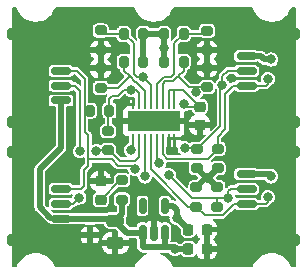
<source format=gbr>
%TF.GenerationSoftware,KiCad,Pcbnew,6.0.4-6f826c9f35~116~ubuntu20.04.1*%
%TF.CreationDate,2022-03-30T11:30:47+00:00*%
%TF.ProjectId,TFI2CADT01A,54464932-4341-4445-9430-31412e6b6963,rev?*%
%TF.SameCoordinates,PX7a53eb0PY6e37550*%
%TF.FileFunction,Copper,L2,Bot*%
%TF.FilePolarity,Positive*%
%FSLAX46Y46*%
G04 Gerber Fmt 4.6, Leading zero omitted, Abs format (unit mm)*
G04 Created by KiCad (PCBNEW 6.0.4-6f826c9f35~116~ubuntu20.04.1) date 2022-03-30 11:30:47*
%MOMM*%
%LPD*%
G01*
G04 APERTURE LIST*
G04 Aperture macros list*
%AMRoundRect*
0 Rectangle with rounded corners*
0 $1 Rounding radius*
0 $2 $3 $4 $5 $6 $7 $8 $9 X,Y pos of 4 corners*
0 Add a 4 corners polygon primitive as box body*
4,1,4,$2,$3,$4,$5,$6,$7,$8,$9,$2,$3,0*
0 Add four circle primitives for the rounded corners*
1,1,$1+$1,$2,$3*
1,1,$1+$1,$4,$5*
1,1,$1+$1,$6,$7*
1,1,$1+$1,$8,$9*
0 Add four rect primitives between the rounded corners*
20,1,$1+$1,$2,$3,$4,$5,0*
20,1,$1+$1,$4,$5,$6,$7,0*
20,1,$1+$1,$6,$7,$8,$9,0*
20,1,$1+$1,$8,$9,$2,$3,0*%
G04 Aperture macros list end*
%TA.AperFunction,SMDPad,CuDef*%
%ADD10RoundRect,0.200000X0.200000X0.275000X-0.200000X0.275000X-0.200000X-0.275000X0.200000X-0.275000X0*%
%TD*%
%TA.AperFunction,SMDPad,CuDef*%
%ADD11RoundRect,0.218750X-0.256250X0.218750X-0.256250X-0.218750X0.256250X-0.218750X0.256250X0.218750X0*%
%TD*%
%TA.AperFunction,SMDPad,CuDef*%
%ADD12RoundRect,0.225000X-0.225000X-0.250000X0.225000X-0.250000X0.225000X0.250000X-0.225000X0.250000X0*%
%TD*%
%TA.AperFunction,SMDPad,CuDef*%
%ADD13R,0.700000X0.600000*%
%TD*%
%TA.AperFunction,SMDPad,CuDef*%
%ADD14RoundRect,0.200000X-0.275000X0.200000X-0.275000X-0.200000X0.275000X-0.200000X0.275000X0.200000X0*%
%TD*%
%TA.AperFunction,SMDPad,CuDef*%
%ADD15RoundRect,0.200000X0.275000X-0.200000X0.275000X0.200000X-0.275000X0.200000X-0.275000X-0.200000X0*%
%TD*%
%TA.AperFunction,SMDPad,CuDef*%
%ADD16RoundRect,0.200000X-0.200000X-0.275000X0.200000X-0.275000X0.200000X0.275000X-0.200000X0.275000X0*%
%TD*%
%TA.AperFunction,SMDPad,CuDef*%
%ADD17RoundRect,0.150000X-0.700000X0.150000X-0.700000X-0.150000X0.700000X-0.150000X0.700000X0.150000X0*%
%TD*%
%TA.AperFunction,SMDPad,CuDef*%
%ADD18RoundRect,0.250000X-1.100000X0.250000X-1.100000X-0.250000X1.100000X-0.250000X1.100000X0.250000X0*%
%TD*%
%TA.AperFunction,SMDPad,CuDef*%
%ADD19RoundRect,0.150000X0.700000X-0.150000X0.700000X0.150000X-0.700000X0.150000X-0.700000X-0.150000X0*%
%TD*%
%TA.AperFunction,SMDPad,CuDef*%
%ADD20RoundRect,0.250000X1.100000X-0.250000X1.100000X0.250000X-1.100000X0.250000X-1.100000X-0.250000X0*%
%TD*%
%TA.AperFunction,SMDPad,CuDef*%
%ADD21RoundRect,0.150000X0.150000X-0.512500X0.150000X0.512500X-0.150000X0.512500X-0.150000X-0.512500X0*%
%TD*%
%TA.AperFunction,SMDPad,CuDef*%
%ADD22R,0.250000X0.650000*%
%TD*%
%TA.AperFunction,SMDPad,CuDef*%
%ADD23R,4.400000X1.660000*%
%TD*%
%TA.AperFunction,SMDPad,CuDef*%
%ADD24RoundRect,0.250000X-0.475000X0.250000X-0.475000X-0.250000X0.475000X-0.250000X0.475000X0.250000X0*%
%TD*%
%TA.AperFunction,SMDPad,CuDef*%
%ADD25RoundRect,0.225000X-0.250000X0.225000X-0.250000X-0.225000X0.250000X-0.225000X0.250000X0.225000X0*%
%TD*%
%TA.AperFunction,ViaPad*%
%ADD26C,0.800000*%
%TD*%
%TA.AperFunction,Conductor*%
%ADD27C,0.250000*%
%TD*%
%TA.AperFunction,Conductor*%
%ADD28C,0.200000*%
%TD*%
%TA.AperFunction,Conductor*%
%ADD29C,0.500000*%
%TD*%
G04 APERTURE END LIST*
D10*
%TO.P,R7,1*%
%TO.N,/XORH1*%
X15025000Y20269200D03*
%TO.P,R7,2*%
%TO.N,+3V3*%
X13375000Y20269200D03*
%TD*%
D11*
%TO.P,D1,1,K*%
%TO.N,GND*%
X8000000Y7787500D03*
%TO.P,D1,2,A*%
%TO.N,Net-(D1-Pad2)*%
X8000000Y6212500D03*
%TD*%
D12*
%TO.P,C2,1*%
%TO.N,+5V*%
X15430200Y2032000D03*
%TO.P,C2,2*%
%TO.N,GND*%
X16980200Y2032000D03*
%TD*%
D13*
%TO.P,D2,1,K*%
%TO.N,+5V*%
X7112000Y4611600D03*
%TO.P,D2,2,A*%
%TO.N,GND*%
X7112000Y3211600D03*
%TD*%
D14*
%TO.P,R5,1*%
%TO.N,+3V3*%
X17881600Y7288800D03*
%TO.P,R5,2*%
%TO.N,/SCLout1*%
X17881600Y5638800D03*
%TD*%
D15*
%TO.P,R16,1*%
%TO.N,+3V3*%
X16129000Y8890000D03*
%TO.P,R16,2*%
%TO.N,/SCLout2*%
X16129000Y10540000D03*
%TD*%
D12*
%TO.P,C3,1*%
%TO.N,+3V3*%
X15430200Y3694000D03*
%TO.P,C3,2*%
%TO.N,GND*%
X16980200Y3694000D03*
%TD*%
D14*
%TO.P,R15,1*%
%TO.N,/XORL2*%
X8000000Y20547600D03*
%TO.P,R15,2*%
%TO.N,GND*%
X8000000Y18897600D03*
%TD*%
D16*
%TO.P,R12,1*%
%TO.N,/XORH2*%
X9975000Y17907000D03*
%TO.P,R12,2*%
%TO.N,+3V3*%
X11625000Y17907000D03*
%TD*%
D17*
%TO.P,J5,1*%
%TO.N,+5V*%
X20350000Y18375000D03*
%TO.P,J5,2*%
%TO.N,/SCLout2*%
X20350000Y17125000D03*
%TO.P,J5,3*%
%TO.N,/SDAout2*%
X20350000Y15875000D03*
%TO.P,J5,4*%
%TO.N,GND*%
X20350000Y14625000D03*
D18*
%TO.P,J5,MP*%
X23550000Y12775000D03*
X23550000Y20225000D03*
%TD*%
D14*
%TO.P,R8,1*%
%TO.N,/XORH1*%
X17000000Y20535400D03*
%TO.P,R8,2*%
%TO.N,GND*%
X17000000Y18885400D03*
%TD*%
D19*
%TO.P,J1,1*%
%TO.N,+5V*%
X4650000Y4625000D03*
%TO.P,J1,2*%
%TO.N,/SCLin*%
X4650000Y5875000D03*
%TO.P,J1,3*%
%TO.N,/SDAin*%
X4650000Y7125000D03*
%TO.P,J1,4*%
%TO.N,GND*%
X4650000Y8375000D03*
D20*
%TO.P,J1,MP*%
X1450000Y10225000D03*
X1450000Y2775000D03*
%TD*%
D16*
%TO.P,R14,1*%
%TO.N,/XORL2*%
X9975000Y20269200D03*
%TO.P,R14,2*%
%TO.N,+3V3*%
X11625000Y20269200D03*
%TD*%
D21*
%TO.P,U1,1,VIN*%
%TO.N,+5V*%
X13446800Y3434500D03*
%TO.P,U1,2,GND*%
%TO.N,GND*%
X12496800Y3434500D03*
%TO.P,U1,3,EN*%
%TO.N,+5V*%
X11546800Y3434500D03*
%TO.P,U1,4,NC*%
%TO.N,unconnected-(U1-Pad4)*%
X11546800Y5709500D03*
%TO.P,U1,5,VOUT*%
%TO.N,+3V3*%
X13446800Y5709500D03*
%TD*%
D15*
%TO.P,R13,1*%
%TO.N,/XORH2*%
X8000000Y15697200D03*
%TO.P,R13,2*%
%TO.N,GND*%
X8000000Y17347200D03*
%TD*%
%TO.P,R1,1*%
%TO.N,+5V*%
X9804400Y6236200D03*
%TO.P,R1,2*%
%TO.N,Net-(D1-Pad2)*%
X9804400Y7886200D03*
%TD*%
D14*
%TO.P,R6,1*%
%TO.N,+3V3*%
X16103600Y7264400D03*
%TO.P,R6,2*%
%TO.N,/SDAout1*%
X16103600Y5614400D03*
%TD*%
%TO.P,R2,1*%
%TO.N,+3V3*%
X8636000Y12051800D03*
%TO.P,R2,2*%
%TO.N,/SCLin*%
X8636000Y10401800D03*
%TD*%
D10*
%TO.P,R9,1*%
%TO.N,/XORL1*%
X15025000Y17907000D03*
%TO.P,R9,2*%
%TO.N,+3V3*%
X13375000Y17907000D03*
%TD*%
%TO.P,R3,1*%
%TO.N,+3V3*%
X8737600Y13766800D03*
%TO.P,R3,2*%
%TO.N,/SDAin*%
X7087600Y13766800D03*
%TD*%
D15*
%TO.P,R17,1*%
%TO.N,+3V3*%
X17907000Y8890000D03*
%TO.P,R17,2*%
%TO.N,/SDAout2*%
X17907000Y10540000D03*
%TD*%
D17*
%TO.P,J3,1*%
%TO.N,+5V*%
X20350000Y8375000D03*
%TO.P,J3,2*%
%TO.N,/SCLout1*%
X20350000Y7125000D03*
%TO.P,J3,3*%
%TO.N,/SDAout1*%
X20350000Y5875000D03*
%TO.P,J3,4*%
%TO.N,GND*%
X20350000Y4625000D03*
D18*
%TO.P,J3,MP*%
X23550000Y2775000D03*
X23550000Y10225000D03*
%TD*%
D19*
%TO.P,J2,1*%
%TO.N,+5V*%
X4650000Y14625000D03*
%TO.P,J2,2*%
%TO.N,/SCLin*%
X4650000Y15875000D03*
%TO.P,J2,3*%
%TO.N,/SDAin*%
X4650000Y17125000D03*
%TO.P,J2,4*%
%TO.N,GND*%
X4650000Y18375000D03*
D20*
%TO.P,J2,MP*%
X1450000Y20225000D03*
X1450000Y12775000D03*
%TD*%
D22*
%TO.P,U2,1,GND*%
%TO.N,GND*%
X10750000Y14277400D03*
%TO.P,U2,2,ENABLE2*%
%TO.N,+3V3*%
X11250000Y14277400D03*
%TO.P,U2,3,XORH2*%
%TO.N,/XORH2*%
X11750000Y14277400D03*
%TO.P,U2,4,XORL2*%
%TO.N,/XORL2*%
X12250000Y14277400D03*
%TO.P,U2,5,XORH1*%
%TO.N,/XORH1*%
X12750000Y14277400D03*
%TO.P,U2,6,XORL1*%
%TO.N,/XORL1*%
X13250000Y14277400D03*
%TO.P,U2,7,VCC*%
%TO.N,+3V3*%
X13750000Y14277400D03*
%TO.P,U2,8,ENABLE1*%
X14250000Y14277400D03*
%TO.P,U2,9,READY2*%
%TO.N,GND*%
X14250000Y11427400D03*
%TO.P,U2,10,READY1*%
X13750000Y11427400D03*
%TO.P,U2,11,SDAOUT2*%
%TO.N,/SDAout2*%
X13250000Y11427400D03*
%TO.P,U2,12,SDAIN*%
%TO.N,/SDAin*%
X12750000Y11427400D03*
%TO.P,U2,13,SDAOUT1*%
%TO.N,/SDAout1*%
X12250000Y11427400D03*
%TO.P,U2,14,SCLOUT1*%
%TO.N,/SCLout1*%
X11750000Y11427400D03*
%TO.P,U2,15,SCLIN*%
%TO.N,/SCLin*%
X11250000Y11427400D03*
%TO.P,U2,16,SCLOUT2*%
%TO.N,/SCLout2*%
X10750000Y11427400D03*
D23*
%TO.P,U2,17,EP*%
%TO.N,GND*%
X12500000Y12852400D03*
%TD*%
D24*
%TO.P,C1,1*%
%TO.N,+5V*%
X9245600Y4455200D03*
%TO.P,C1,2*%
%TO.N,GND*%
X9245600Y2555200D03*
%TD*%
D15*
%TO.P,R10,1*%
%TO.N,/XORL1*%
X17000000Y15735800D03*
%TO.P,R10,2*%
%TO.N,GND*%
X17000000Y17385800D03*
%TD*%
D25*
%TO.P,C4,1*%
%TO.N,+3V3*%
X16383000Y14097000D03*
%TO.P,C4,2*%
%TO.N,GND*%
X16383000Y12547000D03*
%TD*%
D26*
%TO.N,GND*%
X2146000Y18794000D03*
X2146000Y4294000D03*
X1066800Y11480800D03*
X9601200Y11125200D03*
X4846000Y9494000D03*
X10100000Y14500000D03*
X1046000Y4294000D03*
X23114000Y19151600D03*
X23977600Y19151600D03*
X20421600Y2844800D03*
X6299200Y17983200D03*
X1046000Y18794000D03*
X6299200Y19151600D03*
X1320800Y8788400D03*
X7518400Y12547600D03*
X8000000Y8900000D03*
X12547600Y7061200D03*
X23774400Y4216400D03*
X2336800Y14274800D03*
X14579600Y8991600D03*
X23146000Y11494000D03*
X10668000Y4521200D03*
X24146000Y11494000D03*
X1066800Y14274800D03*
X5994400Y2133600D03*
X2235200Y11480800D03*
%TO.N,+3V3*%
X14429777Y4695066D03*
X13375000Y19065000D03*
X17018000Y8077200D03*
X10566400Y15544800D03*
X15046000Y14294000D03*
%TO.N,+5V*%
X22446000Y18094000D03*
X22446000Y8194000D03*
X14274800Y2032000D03*
%TO.N,/SDAin*%
X10922000Y8800100D03*
X12954000Y9296400D03*
%TO.N,/SCLin*%
X6197600Y6400800D03*
X7642029Y10363200D03*
X6243018Y10334215D03*
%TO.N,/SCLout1*%
X11750000Y8194000D03*
X13766800Y8331200D03*
X18816787Y6381510D03*
%TO.N,/SDAout1*%
X22148800Y6425500D03*
%TO.N,/SCLout2*%
X18301378Y15937822D03*
X15113000Y10605500D03*
X10550500Y10421673D03*
%TO.N,/SDAout2*%
X22148800Y16459200D03*
%TO.N,/XORL1*%
X16110516Y15358727D03*
%TO.N,/XORL2*%
X11546000Y16594000D03*
%TD*%
D27*
%TO.N,GND*%
X10400000Y14800000D02*
X10100000Y14500000D01*
X14200000Y10300000D02*
X14250000Y10350000D01*
X10700000Y14800000D02*
X10400000Y14800000D01*
X10750000Y14277400D02*
X10750000Y14750000D01*
X14250000Y10350000D02*
X14250000Y11427400D01*
X13750000Y11427400D02*
X13750000Y10350000D01*
X10750000Y14750000D02*
X10700000Y14800000D01*
X13750000Y10350000D02*
X13800000Y10300000D01*
X13800000Y10300000D02*
X14200000Y10300000D01*
D28*
%TO.N,+3V3*%
X15343000Y14097000D02*
X15046000Y14394000D01*
D29*
X11625000Y20269200D02*
X11625000Y17907000D01*
X14494334Y4695066D02*
X14429777Y4695066D01*
D28*
X10007600Y15544800D02*
X10566400Y15544800D01*
X14250000Y15418400D02*
X14325600Y15494000D01*
X8991600Y15036800D02*
X9499600Y15036800D01*
D29*
X14429777Y4695066D02*
X14429777Y5382223D01*
X16916400Y8077200D02*
X16103600Y7264400D01*
D28*
X16383000Y14097000D02*
X15343000Y14097000D01*
D29*
X17018000Y8077200D02*
X16916400Y8077200D01*
D28*
X14325600Y15494000D02*
X14986000Y15494000D01*
D29*
X17093200Y8077200D02*
X17881600Y7288800D01*
D28*
X13817600Y15494000D02*
X14325600Y15494000D01*
X9499600Y15036800D02*
X10007600Y15544800D01*
X13750000Y15090000D02*
X13750000Y15426400D01*
D29*
X13375000Y20269200D02*
X11625000Y20269200D01*
D28*
X8737600Y13766800D02*
X8737600Y14782800D01*
D29*
X13375000Y20269200D02*
X13375000Y19065000D01*
X13375000Y19065000D02*
X13375000Y17907000D01*
X17094200Y8077200D02*
X17907000Y8890000D01*
X17018000Y8077200D02*
X17093200Y8077200D01*
D28*
X13750000Y14277400D02*
X13750000Y15090000D01*
D29*
X16941800Y8077200D02*
X16129000Y8890000D01*
D28*
X10972800Y15544800D02*
X10566400Y15544800D01*
X8737600Y14782800D02*
X8991600Y15036800D01*
X8636000Y12051800D02*
X8636000Y13665200D01*
D29*
X17018000Y8077200D02*
X17094200Y8077200D01*
D28*
X8636000Y13665200D02*
X8737600Y13766800D01*
X13750000Y15426400D02*
X13817600Y15494000D01*
X14986000Y15494000D02*
X16383000Y14097000D01*
D29*
X14102500Y5709500D02*
X13446800Y5709500D01*
X17018000Y8077200D02*
X16941800Y8077200D01*
D28*
X14250000Y14277400D02*
X14250000Y15418400D01*
X11250000Y14277400D02*
X11250000Y15267600D01*
D29*
X14429777Y5382223D02*
X14102500Y5709500D01*
X15430200Y3759200D02*
X14494334Y4695066D01*
D28*
X11250000Y15267600D02*
X10972800Y15544800D01*
D29*
%TO.N,+5V*%
X14122400Y2184400D02*
X14274800Y2032000D01*
X13446800Y2250400D02*
X13512800Y2184400D01*
X22446000Y18094000D02*
X21846960Y18094000D01*
X11546800Y3434500D02*
X11546800Y2250400D01*
X11546800Y3434500D02*
X10266300Y3434500D01*
X6144600Y4625000D02*
X9075800Y4625000D01*
X15430200Y2032000D02*
X14274800Y2032000D01*
X10266300Y3434500D02*
X9245600Y4455200D01*
X4650000Y14625000D02*
X4650000Y10598000D01*
X9804400Y5014000D02*
X9245600Y4455200D01*
X11612800Y2184400D02*
X13512800Y2184400D01*
X21846960Y18094000D02*
X21565960Y18375000D01*
X9075800Y4625000D02*
X9245600Y4455200D01*
X9804400Y6236200D02*
X9804400Y5014000D01*
X11546800Y2250400D02*
X11612800Y2184400D01*
X20350000Y18375000D02*
X21565960Y18375000D01*
X22265000Y8375000D02*
X22446000Y8194000D01*
X13446800Y3434500D02*
X13446800Y2250400D01*
X4650000Y4625000D02*
X6144600Y4625000D01*
X2846000Y5594000D02*
X3746000Y4694000D01*
X2846000Y8794000D02*
X2846000Y5594000D01*
X13512800Y2184400D02*
X14122400Y2184400D01*
X20350000Y8375000D02*
X22265000Y8375000D01*
X4650000Y10598000D02*
X2846000Y8794000D01*
D28*
%TO.N,/SDAin*%
X6942529Y9113229D02*
X6922500Y9093200D01*
X9493394Y9093200D02*
X8929123Y9657471D01*
X4650000Y7125000D02*
X6363000Y7125000D01*
X6642537Y16457463D02*
X5975000Y17125000D01*
X5975000Y17125000D02*
X4650000Y17125000D01*
X12750000Y11427400D02*
X12750000Y9500400D01*
X10922000Y8800100D02*
X10628900Y9093200D01*
X6942529Y11688809D02*
X6642538Y11988800D01*
X12750000Y9500400D02*
X12954000Y9296400D01*
X6922500Y9093200D02*
X6578600Y8749300D01*
X6642538Y11988800D02*
X6642537Y16457463D01*
X6451600Y7213600D02*
X6578600Y7340600D01*
X8929123Y9657471D02*
X6942529Y9657471D01*
X6363000Y7125000D02*
X6451600Y7213600D01*
X6578600Y8749300D02*
X6578600Y7340600D01*
X6942529Y9657471D02*
X6942529Y11688809D01*
X6942529Y9657471D02*
X6942529Y9113229D01*
X10628900Y9093200D02*
X9493394Y9093200D01*
%TO.N,/SCLin*%
X9652000Y9499600D02*
X10922000Y9499600D01*
X5816600Y15875000D02*
X4650000Y15875000D01*
X4650000Y5875000D02*
X5671800Y5875000D01*
X8636000Y10401800D02*
X7680629Y10401800D01*
X5671800Y5875000D02*
X6197600Y6400800D01*
X8636000Y10401800D02*
X8749800Y10401800D01*
X10922000Y9499600D02*
X11250000Y9827600D01*
X11250000Y9827600D02*
X11250000Y11427400D01*
X6243018Y15448582D02*
X5816600Y15875000D01*
X6243018Y10334215D02*
X6243018Y15448582D01*
X8749800Y10401800D02*
X9652000Y9499600D01*
X7680629Y10401800D02*
X7642029Y10363200D01*
%TO.N,Net-(D1-Pad2)*%
X9673700Y7886200D02*
X8000000Y6212500D01*
X9804400Y7886200D02*
X9673700Y7886200D01*
%TO.N,/SCLout1*%
X18816787Y6929587D02*
X18816787Y6381510D01*
X17881600Y5638800D02*
X17881600Y6362220D01*
X19012200Y7125000D02*
X18816787Y6929587D01*
X18816787Y6381510D02*
X17862310Y6381510D01*
X11750000Y11427400D02*
X11750000Y8194000D01*
X20350000Y7125000D02*
X19012200Y7125000D01*
X15716490Y6381510D02*
X17862310Y6381510D01*
X17881600Y6362220D02*
X17862310Y6381510D01*
X13766800Y8331200D02*
X15716490Y6381510D01*
%TO.N,/SDAout1*%
X20350000Y5875000D02*
X21978600Y5875000D01*
X19299227Y5875000D02*
X18332113Y4907887D01*
X16810113Y4907887D02*
X16103600Y5614400D01*
X22148800Y6045200D02*
X22148800Y6425500D01*
X18332113Y4907887D02*
X16810113Y4907887D01*
X12250000Y8790000D02*
X12250000Y11427400D01*
X15425600Y5614400D02*
X12250000Y8790000D01*
X20350000Y5875000D02*
X19299227Y5875000D01*
X21978600Y5875000D02*
X22148800Y6045200D01*
X16103600Y5614400D02*
X15425600Y5614400D01*
%TO.N,/SCLout2*%
X18084800Y15717168D02*
X18142481Y15659487D01*
X16063500Y10605500D02*
X16129000Y10540000D01*
X18084800Y15721244D02*
X18084800Y15717168D01*
X18750600Y17125000D02*
X18288000Y16662400D01*
X18301378Y15937822D02*
X18084800Y15721244D01*
X18288000Y16662400D02*
X18288000Y15951200D01*
X10750000Y10621173D02*
X10550500Y10421673D01*
X18288000Y15951200D02*
X18301378Y15937822D01*
X20350000Y17125000D02*
X18750600Y17125000D01*
X18142481Y15659487D02*
X18142480Y12427480D01*
X15113000Y10605500D02*
X16063500Y10605500D01*
X10750000Y11427400D02*
X10750000Y10621173D01*
X18142480Y12427480D02*
X16020520Y10305520D01*
%TO.N,/SDAout2*%
X18542000Y15189200D02*
X19227800Y15875000D01*
X17907000Y11557000D02*
X18542000Y12192000D01*
X19227800Y15875000D02*
X20350000Y15875000D01*
X21971000Y15875000D02*
X22148800Y16052800D01*
X18542000Y12192000D02*
X18542000Y15189200D01*
X17907000Y10540000D02*
X17069800Y9702800D01*
X17069800Y9702800D02*
X13597200Y9702800D01*
X22148800Y16052800D02*
X22148800Y16459200D01*
X17907000Y10540000D02*
X17907000Y11557000D01*
X13597200Y9702800D02*
X13250000Y10050000D01*
X20350000Y15875000D02*
X21971000Y15875000D01*
X13250000Y10050000D02*
X13250000Y11427400D01*
%TO.N,/XORL1*%
X14570003Y16671997D02*
X15025000Y17126994D01*
X15506200Y15735800D02*
X14570003Y16671997D01*
X16103707Y15365536D02*
X16103707Y15719893D01*
X13490503Y16227497D02*
X14125503Y16227497D01*
X17000000Y15735800D02*
X16087800Y15735800D01*
X13250000Y15986994D02*
X13490503Y16227497D01*
X16087800Y15735800D02*
X15506200Y15735800D01*
X13250000Y14277400D02*
X13250000Y15986994D01*
X14125503Y16227497D02*
X14570003Y16671997D01*
X16103707Y15719893D02*
X16087800Y15735800D01*
X15025000Y17126994D02*
X15025000Y17907000D01*
%TO.N,/XORL2*%
X10795000Y16891000D02*
X11092000Y16594000D01*
X9975000Y20269200D02*
X8278400Y20269200D01*
X12250000Y15890000D02*
X12250000Y14277400D01*
X11546000Y16594000D02*
X12250000Y15890000D01*
X9975000Y20269200D02*
X10795000Y19449200D01*
X10795000Y19449200D02*
X10795000Y16891000D01*
X8278400Y20269200D02*
X8000000Y20547600D01*
X11092000Y16594000D02*
X11546000Y16594000D01*
%TO.N,/XORH1*%
X14224000Y19468200D02*
X14224000Y16891000D01*
X14224000Y16891000D02*
X13970000Y16637000D01*
X12750000Y16052000D02*
X12750000Y14277400D01*
X13335000Y16637000D02*
X12750000Y16052000D01*
X16733800Y20269200D02*
X17000000Y20535400D01*
X15025000Y20269200D02*
X14224000Y19468200D01*
X15025000Y20269200D02*
X16733800Y20269200D01*
X13970000Y16637000D02*
X13335000Y16637000D01*
%TO.N,/XORH2*%
X11750000Y14277400D02*
X11750000Y15398000D01*
X8000000Y15697200D02*
X9474200Y15697200D01*
X10448997Y16671997D02*
X9975000Y17145994D01*
X9975000Y17145994D02*
X9975000Y17907000D01*
X10969216Y16178784D02*
X11750000Y15398000D01*
X10942210Y16178784D02*
X10969216Y16178784D01*
X9474200Y15697200D02*
X10448997Y16671997D01*
X10942210Y16178784D02*
X10448997Y16671997D01*
%TD*%
%TA.AperFunction,Conductor*%
%TO.N,GND*%
G36*
X868366Y22482687D02*
G01*
X890873Y22449787D01*
X931241Y22330867D01*
X932536Y22328374D01*
X1013190Y22173110D01*
X1050505Y22101275D01*
X1052158Y22099013D01*
X1052160Y22099009D01*
X1157596Y21954685D01*
X1203125Y21892364D01*
X1205104Y21890375D01*
X1331942Y21762871D01*
X1385589Y21708942D01*
X1593698Y21555230D01*
X1596192Y21553918D01*
X1820170Y21436077D01*
X1820177Y21436074D01*
X1822663Y21434766D01*
X2067215Y21350321D01*
X2069976Y21349817D01*
X2069979Y21349816D01*
X2174226Y21330777D01*
X2321726Y21303839D01*
X2324088Y21303715D01*
X2324090Y21303715D01*
X2403558Y21299550D01*
X2403572Y21299550D01*
X2404519Y21299500D01*
X2565782Y21299500D01*
X2637247Y21304936D01*
X2755182Y21313907D01*
X2755188Y21313908D01*
X2757976Y21314120D01*
X3010015Y21372539D01*
X3012622Y21373579D01*
X3012628Y21373581D01*
X3247710Y21467369D01*
X3247716Y21467372D01*
X3250318Y21468410D01*
X3252737Y21469832D01*
X3252741Y21469834D01*
X3470929Y21598101D01*
X3470933Y21598104D01*
X3473354Y21599527D01*
X3673991Y21762871D01*
X3847613Y21954685D01*
X3849163Y21957031D01*
X3849166Y21957035D01*
X3988667Y22168199D01*
X3988668Y22168200D01*
X3990222Y22170553D01*
X4062979Y22328374D01*
X4097364Y22402962D01*
X4097365Y22402964D01*
X4098538Y22405509D01*
X4099314Y22408206D01*
X4099318Y22408217D01*
X4110320Y22446459D01*
X4140108Y22487385D01*
X4181435Y22500000D01*
X5900000Y22500000D01*
X5900000Y17425500D01*
X5712707Y17425500D01*
X5665141Y17442813D01*
X5646281Y17466886D01*
X5638932Y17481855D01*
X5634603Y17486176D01*
X5634602Y17486178D01*
X5560679Y17559972D01*
X5560677Y17559973D01*
X5556350Y17564293D01*
X5550853Y17566980D01*
X5456682Y17613012D01*
X5456681Y17613012D01*
X5451518Y17615536D01*
X5383218Y17625500D01*
X3916782Y17625500D01*
X3914099Y17625105D01*
X3853577Y17616196D01*
X3853574Y17616195D01*
X3847888Y17615358D01*
X3842728Y17612825D01*
X3842726Y17612824D01*
X3796883Y17590316D01*
X3743145Y17563932D01*
X3738824Y17559603D01*
X3738822Y17559602D01*
X3665028Y17485679D01*
X3660707Y17481350D01*
X3609464Y17376518D01*
X3599500Y17308218D01*
X3599500Y16941782D01*
X3599895Y16939099D01*
X3608804Y16878577D01*
X3608805Y16878574D01*
X3609642Y16872888D01*
X3661068Y16768145D01*
X3665397Y16763824D01*
X3665398Y16763822D01*
X3739321Y16690028D01*
X3743650Y16685707D01*
X3749147Y16683020D01*
X3842934Y16637176D01*
X3848482Y16634464D01*
X3916782Y16624500D01*
X5383218Y16624500D01*
X5389363Y16625405D01*
X5446423Y16633804D01*
X5446426Y16633805D01*
X5452112Y16634642D01*
X5457272Y16637175D01*
X5457274Y16637176D01*
X5503117Y16659684D01*
X5556855Y16686068D01*
X5561176Y16690397D01*
X5561178Y16690398D01*
X5634473Y16763822D01*
X5639293Y16768650D01*
X5641978Y16774143D01*
X5641983Y16774150D01*
X5646307Y16782997D01*
X5682749Y16818129D01*
X5712789Y16824500D01*
X5819877Y16824500D01*
X5867443Y16807187D01*
X5872203Y16802826D01*
X5900000Y16775029D01*
X5900000Y16165299D01*
X5875978Y16174883D01*
X5869685Y16175500D01*
X5860588Y16175500D01*
X5843501Y16177500D01*
X5838185Y16178762D01*
X5838183Y16178762D01*
X5831534Y16180340D01*
X5810666Y16177500D01*
X5800937Y16176176D01*
X5790958Y16175500D01*
X5712707Y16175500D01*
X5665141Y16192813D01*
X5646281Y16216886D01*
X5638932Y16231855D01*
X5634603Y16236176D01*
X5634602Y16236178D01*
X5560679Y16309972D01*
X5560677Y16309973D01*
X5556350Y16314293D01*
X5550853Y16316980D01*
X5456682Y16363012D01*
X5456681Y16363012D01*
X5451518Y16365536D01*
X5383218Y16375500D01*
X3916782Y16375500D01*
X3914099Y16375105D01*
X3853577Y16366196D01*
X3853574Y16366195D01*
X3847888Y16365358D01*
X3842728Y16362825D01*
X3842726Y16362824D01*
X3796883Y16340316D01*
X3743145Y16313932D01*
X3738824Y16309603D01*
X3738822Y16309602D01*
X3665028Y16235679D01*
X3660707Y16231350D01*
X3658020Y16225853D01*
X3628421Y16165299D01*
X3609464Y16126518D01*
X3599500Y16058218D01*
X3599500Y15691782D01*
X3599895Y15689099D01*
X3608804Y15628577D01*
X3608805Y15628574D01*
X3609642Y15622888D01*
X3612175Y15617728D01*
X3612176Y15617726D01*
X3633399Y15574500D01*
X3661068Y15518145D01*
X3665397Y15513824D01*
X3665398Y15513822D01*
X3739321Y15440028D01*
X3743650Y15435707D01*
X3749147Y15433020D01*
X3842934Y15387176D01*
X3848482Y15384464D01*
X3916782Y15374500D01*
X5383218Y15374500D01*
X5389363Y15375405D01*
X5446423Y15383804D01*
X5446426Y15383805D01*
X5452112Y15384642D01*
X5457272Y15387175D01*
X5457274Y15387176D01*
X5503117Y15409684D01*
X5556855Y15436068D01*
X5561176Y15440397D01*
X5561178Y15440398D01*
X5639293Y15518650D01*
X5640910Y15517036D01*
X5674772Y15540312D01*
X5725158Y15535465D01*
X5745632Y15520997D01*
X5900000Y15366629D01*
X5900000Y10827922D01*
X5814736Y10762497D01*
X5811781Y10758646D01*
X5721434Y10640904D01*
X5721432Y10640900D01*
X5718482Y10637056D01*
X5657974Y10490977D01*
X5657342Y10486175D01*
X5657341Y10486172D01*
X5644618Y10389529D01*
X5637336Y10334215D01*
X5657974Y10177453D01*
X5718482Y10031374D01*
X5721432Y10027530D01*
X5721434Y10027526D01*
X5811781Y9909784D01*
X5814736Y9905933D01*
X5818587Y9902978D01*
X5900000Y9840508D01*
X5900000Y7425500D01*
X5712707Y7425500D01*
X5665141Y7442813D01*
X5646281Y7466886D01*
X5638932Y7481855D01*
X5634603Y7486176D01*
X5634602Y7486178D01*
X5560679Y7559972D01*
X5560677Y7559973D01*
X5556350Y7564293D01*
X5469652Y7606672D01*
X5456682Y7613012D01*
X5456681Y7613012D01*
X5451518Y7615536D01*
X5383218Y7625500D01*
X3916782Y7625500D01*
X3914099Y7625105D01*
X3853577Y7616196D01*
X3853574Y7616195D01*
X3847888Y7615358D01*
X3842728Y7612825D01*
X3842726Y7612824D01*
X3805682Y7594636D01*
X3743145Y7563932D01*
X3738824Y7559603D01*
X3738822Y7559602D01*
X3665028Y7485679D01*
X3660707Y7481350D01*
X3609464Y7376518D01*
X3599500Y7308218D01*
X3599500Y6941782D01*
X3599895Y6939099D01*
X3608804Y6878577D01*
X3608805Y6878574D01*
X3609642Y6872888D01*
X3661068Y6768145D01*
X3665397Y6763824D01*
X3665398Y6763822D01*
X3739321Y6690028D01*
X3743650Y6685707D01*
X3749147Y6683020D01*
X3842934Y6637176D01*
X3848482Y6634464D01*
X3916782Y6624500D01*
X5383218Y6624500D01*
X5389363Y6625405D01*
X5446423Y6633804D01*
X5446426Y6633805D01*
X5452112Y6634642D01*
X5517572Y6666781D01*
X5567898Y6672204D01*
X5609937Y6644008D01*
X5624017Y6595386D01*
X5618552Y6572038D01*
X5612556Y6557562D01*
X5611924Y6552760D01*
X5611923Y6552757D01*
X5592497Y6405195D01*
X5569124Y6360296D01*
X5522358Y6340924D01*
X5486634Y6348371D01*
X5457066Y6362824D01*
X5451518Y6365536D01*
X5383218Y6375500D01*
X3916782Y6375500D01*
X3914099Y6375105D01*
X3853577Y6366196D01*
X3853574Y6366195D01*
X3847888Y6365358D01*
X3842728Y6362825D01*
X3842726Y6362824D01*
X3813289Y6348371D01*
X3743145Y6313932D01*
X3738824Y6309603D01*
X3738822Y6309602D01*
X3665028Y6235679D01*
X3660707Y6231350D01*
X3609464Y6126518D01*
X3599500Y6058218D01*
X3599500Y5691782D01*
X3599895Y5689101D01*
X3599895Y5689097D01*
X3603908Y5661835D01*
X3593707Y5612254D01*
X3554023Y5580830D01*
X3503424Y5582267D01*
X3478371Y5598732D01*
X3318174Y5758929D01*
X3296782Y5804805D01*
X3296500Y5811255D01*
X3296500Y8576745D01*
X3313813Y8624311D01*
X3318174Y8629071D01*
X4946526Y10257423D01*
X4953039Y10263210D01*
X4977766Y10282703D01*
X4977768Y10282705D01*
X4982110Y10286128D01*
X5015926Y10335056D01*
X5017278Y10336948D01*
X5049348Y10380366D01*
X5049350Y10380370D01*
X5052634Y10384816D01*
X5054412Y10389882D01*
X5054597Y10390185D01*
X5054724Y10390445D01*
X5055774Y10392506D01*
X5055936Y10392811D01*
X5056080Y10393155D01*
X5059131Y10397569D01*
X5077063Y10454268D01*
X5077798Y10456471D01*
X5095685Y10507408D01*
X5095685Y10507409D01*
X5097519Y10512631D01*
X5097729Y10517994D01*
X5097987Y10519013D01*
X5098706Y10522703D01*
X5099980Y10526730D01*
X5100500Y10533337D01*
X5100500Y10587039D01*
X5100557Y10589945D01*
X5102621Y10642466D01*
X5102621Y10642467D01*
X5102838Y10647994D01*
X5101420Y10653341D01*
X5100947Y10657626D01*
X5100500Y10665747D01*
X5100500Y14050500D01*
X5117813Y14098066D01*
X5161650Y14123376D01*
X5174500Y14124500D01*
X5383218Y14124500D01*
X5389363Y14125405D01*
X5446423Y14133804D01*
X5446426Y14133805D01*
X5452112Y14134642D01*
X5457272Y14137175D01*
X5457274Y14137176D01*
X5503117Y14159684D01*
X5556855Y14186068D01*
X5561176Y14190397D01*
X5561178Y14190398D01*
X5634972Y14264321D01*
X5634973Y14264323D01*
X5639293Y14268650D01*
X5641980Y14274147D01*
X5688012Y14368318D01*
X5688012Y14368319D01*
X5690536Y14373482D01*
X5700500Y14441782D01*
X5700500Y14808218D01*
X5699595Y14814363D01*
X5691196Y14871423D01*
X5691195Y14871426D01*
X5690358Y14877112D01*
X5638932Y14981855D01*
X5634603Y14986176D01*
X5634602Y14986178D01*
X5560679Y15059972D01*
X5560677Y15059973D01*
X5556350Y15064293D01*
X5550853Y15066980D01*
X5456682Y15113012D01*
X5456681Y15113012D01*
X5451518Y15115536D01*
X5383218Y15125500D01*
X3916782Y15125500D01*
X3914099Y15125105D01*
X3853577Y15116196D01*
X3853574Y15116195D01*
X3847888Y15115358D01*
X3842728Y15112825D01*
X3842726Y15112824D01*
X3796883Y15090316D01*
X3743145Y15063932D01*
X3738824Y15059603D01*
X3738822Y15059602D01*
X3665028Y14985679D01*
X3660707Y14981350D01*
X3658020Y14975853D01*
X3612278Y14882274D01*
X3609464Y14876518D01*
X3599500Y14808218D01*
X3599500Y14441782D01*
X3599895Y14439099D01*
X3608804Y14378577D01*
X3608805Y14378574D01*
X3609642Y14372888D01*
X3661068Y14268145D01*
X3665397Y14263824D01*
X3665398Y14263822D01*
X3739321Y14190028D01*
X3743650Y14185707D01*
X3749147Y14183020D01*
X3842934Y14137176D01*
X3848482Y14134464D01*
X3916782Y14124500D01*
X4125500Y14124500D01*
X4173066Y14107187D01*
X4198376Y14063350D01*
X4199500Y14050500D01*
X4199500Y10815255D01*
X4182187Y10767689D01*
X4177826Y10762929D01*
X2549474Y9134577D01*
X2542961Y9128790D01*
X2518234Y9109297D01*
X2518232Y9109295D01*
X2513890Y9105872D01*
X2510746Y9101323D01*
X2510745Y9101322D01*
X2480074Y9056944D01*
X2478722Y9055052D01*
X2446652Y9011634D01*
X2446650Y9011630D01*
X2443366Y9007184D01*
X2441588Y9002118D01*
X2441403Y9001815D01*
X2441276Y9001555D01*
X2440226Y8999494D01*
X2440064Y8999189D01*
X2439920Y8998845D01*
X2436869Y8994431D01*
X2435200Y8989153D01*
X2418937Y8937732D01*
X2418202Y8935529D01*
X2400315Y8884592D01*
X2398481Y8879369D01*
X2398271Y8874006D01*
X2398013Y8872987D01*
X2397294Y8869297D01*
X2396020Y8865270D01*
X2395500Y8858663D01*
X2395500Y8804961D01*
X2395443Y8802056D01*
X2393162Y8744006D01*
X2394578Y8738664D01*
X2395053Y8734364D01*
X2395500Y8726246D01*
X2395500Y5625151D01*
X2394987Y5616454D01*
X2390636Y5579690D01*
X2391630Y5574248D01*
X2391630Y5574245D01*
X2401318Y5521200D01*
X2401700Y5518907D01*
X2409729Y5465504D01*
X2410551Y5460038D01*
X2412874Y5455202D01*
X2412956Y5454864D01*
X2413047Y5454600D01*
X2413773Y5452363D01*
X2413868Y5452054D01*
X2414012Y5451704D01*
X2414975Y5446427D01*
X2417525Y5441518D01*
X2442382Y5393666D01*
X2443417Y5391595D01*
X2469191Y5337921D01*
X2472837Y5333977D01*
X2473379Y5333069D01*
X2475475Y5329958D01*
X2477421Y5326212D01*
X2481725Y5321172D01*
X2519695Y5283202D01*
X2521709Y5281107D01*
X2561146Y5238444D01*
X2565928Y5235666D01*
X2569295Y5232969D01*
X2575354Y5227543D01*
X3451384Y4351513D01*
X3453607Y4349871D01*
X3466774Y4340146D01*
X3532816Y4291366D01*
X3660631Y4246481D01*
X3665106Y4246305D01*
X3703049Y4226237D01*
X3743650Y4185707D01*
X3749147Y4183020D01*
X3842934Y4137176D01*
X3848482Y4134464D01*
X3916782Y4124500D01*
X5383218Y4124500D01*
X5389363Y4125405D01*
X5446423Y4133804D01*
X5446426Y4133805D01*
X5452112Y4134642D01*
X5457272Y4137175D01*
X5457274Y4137176D01*
X5517867Y4166926D01*
X5550480Y4174500D01*
X5900000Y4174500D01*
X5900000Y500000D01*
X4179200Y500000D01*
X4131634Y517313D01*
X4109127Y550213D01*
X4069662Y666473D01*
X4069662Y666474D01*
X4068759Y669133D01*
X4067464Y671626D01*
X3950788Y896236D01*
X3950788Y896237D01*
X3949495Y898725D01*
X3844121Y1042965D01*
X3798532Y1105368D01*
X3798531Y1105369D01*
X3796875Y1107636D01*
X3707409Y1197572D01*
X3616393Y1289066D01*
X3616390Y1289068D01*
X3614411Y1291058D01*
X3406302Y1444770D01*
X3359787Y1469242D01*
X3179830Y1563923D01*
X3179823Y1563926D01*
X3177337Y1565234D01*
X2932785Y1649679D01*
X2930024Y1650183D01*
X2930021Y1650184D01*
X2825774Y1669223D01*
X2678274Y1696161D01*
X2675912Y1696285D01*
X2675910Y1696285D01*
X2596442Y1700450D01*
X2596428Y1700450D01*
X2595481Y1700500D01*
X2434218Y1700500D01*
X2362753Y1695064D01*
X2244818Y1686093D01*
X2244812Y1686092D01*
X2242024Y1685880D01*
X1989985Y1627461D01*
X1987378Y1626421D01*
X1987372Y1626419D01*
X1752290Y1532631D01*
X1752284Y1532628D01*
X1749682Y1531590D01*
X1747263Y1530168D01*
X1747259Y1530166D01*
X1529071Y1401899D01*
X1529067Y1401896D01*
X1526646Y1400473D01*
X1326009Y1237129D01*
X1152387Y1045315D01*
X1150837Y1042969D01*
X1150834Y1042965D01*
X1057042Y900991D01*
X1009778Y829447D01*
X1008600Y826892D01*
X1008599Y826890D01*
X935872Y669133D01*
X901462Y594491D01*
X900686Y591794D01*
X900682Y591783D01*
X889680Y553541D01*
X859892Y512615D01*
X818565Y500000D01*
X574000Y500000D01*
X526434Y517313D01*
X501124Y561150D01*
X500000Y574000D01*
X500000Y22426000D01*
X517313Y22473566D01*
X561150Y22498876D01*
X574000Y22500000D01*
X820800Y22500000D01*
X868366Y22482687D01*
G37*
%TD.AperFunction*%
%TA.AperFunction,Conductor*%
G36*
X5900000Y5075500D02*
G01*
X5550542Y5075500D01*
X5518045Y5083017D01*
X5456678Y5113014D01*
X5456677Y5113014D01*
X5451518Y5115536D01*
X5383218Y5125500D01*
X3982255Y5125500D01*
X3934689Y5142813D01*
X3929929Y5147174D01*
X3823778Y5253325D01*
X3802386Y5299201D01*
X3815487Y5348096D01*
X3856951Y5377130D01*
X3886786Y5378876D01*
X3916782Y5374500D01*
X5383218Y5374500D01*
X5389363Y5375405D01*
X5446423Y5383804D01*
X5446426Y5383805D01*
X5452112Y5384642D01*
X5457272Y5387175D01*
X5457274Y5387176D01*
X5503117Y5409684D01*
X5556855Y5436068D01*
X5561176Y5440397D01*
X5561178Y5440398D01*
X5598133Y5477418D01*
X5639293Y5518650D01*
X5641979Y5524146D01*
X5641981Y5524148D01*
X5646923Y5534258D01*
X5683366Y5569389D01*
X5710627Y5575708D01*
X5721242Y5576107D01*
X5739008Y5576774D01*
X5745285Y5579471D01*
X5745290Y5579472D01*
X5752143Y5582416D01*
X5767802Y5587174D01*
X5775136Y5588540D01*
X5781853Y5589791D01*
X5787668Y5593376D01*
X5787672Y5593377D01*
X5806090Y5604730D01*
X5815707Y5609726D01*
X5837062Y5618901D01*
X5837064Y5618902D01*
X5841863Y5620964D01*
X5846749Y5624978D01*
X5853180Y5631409D01*
X5866676Y5642077D01*
X5871332Y5644947D01*
X5877148Y5648532D01*
X5895839Y5673112D01*
X5900000Y5677878D01*
X5900000Y5075500D01*
G37*
%TD.AperFunction*%
%TD*%
%TA.AperFunction,Conductor*%
%TO.N,GND*%
G36*
X19050000Y500000D02*
G01*
X14179200Y500000D01*
X14131634Y517313D01*
X14109127Y550213D01*
X14069662Y666473D01*
X14069662Y666474D01*
X14068759Y669133D01*
X14067464Y671626D01*
X13950788Y896236D01*
X13950788Y896237D01*
X13949495Y898725D01*
X13844121Y1042965D01*
X13798532Y1105368D01*
X13798531Y1105369D01*
X13796875Y1107636D01*
X13698811Y1206215D01*
X13616393Y1289066D01*
X13616390Y1289068D01*
X13614411Y1291058D01*
X13425181Y1430826D01*
X13408566Y1443098D01*
X13408564Y1443099D01*
X13406302Y1444770D01*
X13287140Y1507464D01*
X13179830Y1563923D01*
X13179823Y1563926D01*
X13177337Y1565234D01*
X13105751Y1589953D01*
X13066440Y1621843D01*
X13056825Y1671540D01*
X13081404Y1715791D01*
X13129904Y1733900D01*
X13501839Y1733900D01*
X13504745Y1733843D01*
X13557270Y1731779D01*
X13562794Y1731562D01*
X13568136Y1732978D01*
X13572436Y1733453D01*
X13580554Y1733900D01*
X13710134Y1733900D01*
X13757700Y1716587D01*
X13768841Y1704950D01*
X13846518Y1603718D01*
X13850369Y1600763D01*
X13968111Y1510416D01*
X13968115Y1510414D01*
X13971959Y1507464D01*
X14118038Y1446956D01*
X14122840Y1446324D01*
X14122843Y1446323D01*
X14269992Y1426951D01*
X14274800Y1426318D01*
X14279608Y1426951D01*
X14426757Y1446323D01*
X14426760Y1446324D01*
X14431562Y1446956D01*
X14577641Y1507464D01*
X14581486Y1510414D01*
X14581489Y1510416D01*
X14654198Y1566208D01*
X14699246Y1581500D01*
X14784462Y1581500D01*
X14832028Y1564187D01*
X14850396Y1541096D01*
X14854027Y1533969D01*
X14854031Y1533964D01*
X14856672Y1528780D01*
X14951980Y1433472D01*
X14957170Y1430828D01*
X14957172Y1430826D01*
X15066880Y1374927D01*
X15066883Y1374926D01*
X15072074Y1372281D01*
X15077826Y1371370D01*
X15077829Y1371369D01*
X15168839Y1356955D01*
X15171712Y1356500D01*
X15688688Y1356500D01*
X15691561Y1356955D01*
X15782571Y1371369D01*
X15782574Y1371370D01*
X15788326Y1372281D01*
X15793517Y1374926D01*
X15793520Y1374927D01*
X15903228Y1430826D01*
X15903230Y1430828D01*
X15908420Y1433472D01*
X16003728Y1528780D01*
X16029817Y1579983D01*
X16066836Y1614503D01*
X16117385Y1617153D01*
X16157811Y1586689D01*
X16166812Y1567032D01*
X16175747Y1536280D01*
X16179415Y1527802D01*
X16255057Y1399898D01*
X16260721Y1392596D01*
X16365796Y1287521D01*
X16373098Y1281857D01*
X16501002Y1206215D01*
X16509481Y1202546D01*
X16653021Y1160844D01*
X16660420Y1159492D01*
X16690642Y1157114D01*
X16693540Y1157000D01*
X16717152Y1157000D01*
X16727148Y1160638D01*
X16730200Y1165925D01*
X16730200Y1170048D01*
X17230200Y1170048D01*
X17233838Y1160052D01*
X17239125Y1157000D01*
X17266860Y1157000D01*
X17269758Y1157114D01*
X17299980Y1159492D01*
X17307379Y1160844D01*
X17450919Y1202546D01*
X17459398Y1206215D01*
X17587302Y1281857D01*
X17594604Y1287521D01*
X17699679Y1392596D01*
X17705343Y1399898D01*
X17780985Y1527802D01*
X17784654Y1536281D01*
X17826356Y1679821D01*
X17827708Y1687220D01*
X17830086Y1717442D01*
X17830200Y1720340D01*
X17830200Y1768952D01*
X17826562Y1778948D01*
X17821275Y1782000D01*
X17243248Y1782000D01*
X17233252Y1778362D01*
X17230200Y1773075D01*
X17230200Y1170048D01*
X16730200Y1170048D01*
X16730200Y2295048D01*
X17230200Y2295048D01*
X17233838Y2285052D01*
X17239125Y2282000D01*
X17817152Y2282000D01*
X17827148Y2285638D01*
X17830200Y2290925D01*
X17830200Y2343659D01*
X17830086Y2346558D01*
X17827708Y2376780D01*
X17826356Y2384179D01*
X17784654Y2527719D01*
X17780985Y2536198D01*
X17705343Y2664102D01*
X17699679Y2671404D01*
X17594604Y2776479D01*
X17587302Y2782143D01*
X17558282Y2799305D01*
X17526153Y2838420D01*
X17526682Y2889036D01*
X17558282Y2926695D01*
X17587302Y2943857D01*
X17594604Y2949521D01*
X17699679Y3054596D01*
X17705343Y3061898D01*
X17780985Y3189802D01*
X17784654Y3198281D01*
X17826356Y3341821D01*
X17827708Y3349220D01*
X17830086Y3379442D01*
X17830200Y3382340D01*
X17830200Y3430952D01*
X17826562Y3440948D01*
X17821275Y3444000D01*
X17243248Y3444000D01*
X17233252Y3440362D01*
X17230200Y3435075D01*
X17230200Y2295048D01*
X16730200Y2295048D01*
X16730200Y3870000D01*
X16747513Y3917566D01*
X16791350Y3942876D01*
X16804200Y3944000D01*
X17817152Y3944000D01*
X17827148Y3947638D01*
X17830200Y3952925D01*
X17830200Y4005659D01*
X17830086Y4008558D01*
X17827708Y4038780D01*
X17826356Y4046179D01*
X17784654Y4189719D01*
X17780985Y4198198D01*
X17705343Y4326102D01*
X17699679Y4333404D01*
X17594604Y4438479D01*
X17587302Y4444143D01*
X17544101Y4469692D01*
X17511971Y4508807D01*
X17512502Y4559423D01*
X17545443Y4597857D01*
X17581770Y4607387D01*
X18277546Y4607387D01*
X18283019Y4606985D01*
X18287455Y4605462D01*
X18294279Y4605718D01*
X18294280Y4605718D01*
X18337354Y4607335D01*
X18340130Y4607387D01*
X18360061Y4607387D01*
X18363413Y4608011D01*
X18366804Y4608324D01*
X18366822Y4608134D01*
X18370868Y4608593D01*
X18399321Y4609661D01*
X18405598Y4612358D01*
X18405603Y4612359D01*
X18412456Y4615303D01*
X18428115Y4620061D01*
X18435449Y4621427D01*
X18442166Y4622678D01*
X18447981Y4626263D01*
X18447985Y4626264D01*
X18466403Y4637617D01*
X18476020Y4642613D01*
X18497375Y4651788D01*
X18497377Y4651789D01*
X18502176Y4653851D01*
X18507062Y4657865D01*
X18513493Y4664296D01*
X18526989Y4674964D01*
X18527538Y4675302D01*
X18537461Y4681419D01*
X18556152Y4705999D01*
X18562730Y4713533D01*
X19050000Y5200802D01*
X19050000Y500000D01*
G37*
%TD.AperFunction*%
%TA.AperFunction,Conductor*%
G36*
X6624961Y4162028D02*
G01*
X6632206Y4157187D01*
X6666213Y4134464D01*
X6683769Y4122733D01*
X6719775Y4115571D01*
X6738682Y4111810D01*
X6738683Y4111810D01*
X6742252Y4111100D01*
X7481748Y4111100D01*
X7485317Y4111810D01*
X7485318Y4111810D01*
X7504225Y4115571D01*
X7540231Y4122733D01*
X7557788Y4134464D01*
X7591794Y4157187D01*
X7599039Y4162028D01*
X7640152Y4174500D01*
X8252123Y4174500D01*
X8299689Y4157187D01*
X8322438Y4119605D01*
X8323081Y4119831D01*
X8367966Y3992016D01*
X8371250Y3987570D01*
X8371251Y3987568D01*
X8408154Y3937606D01*
X8448450Y3883050D01*
X8557416Y3802566D01*
X8685231Y3757681D01*
X8689714Y3757257D01*
X8689715Y3757257D01*
X8715038Y3754863D01*
X8715045Y3754863D01*
X8716766Y3754700D01*
X9278345Y3754700D01*
X9325911Y3737387D01*
X9330671Y3733026D01*
X9500039Y3563658D01*
X9521431Y3517782D01*
X9511799Y3474332D01*
X9495600Y3446275D01*
X9495600Y2818248D01*
X9499238Y2808252D01*
X9504525Y2805200D01*
X10357552Y2805200D01*
X10367548Y2808838D01*
X10370600Y2814125D01*
X10370600Y2869389D01*
X10370486Y2872288D01*
X10367975Y2904194D01*
X10381502Y2952972D01*
X10423219Y2981643D01*
X10441747Y2984000D01*
X10972300Y2984000D01*
X11019866Y2966687D01*
X11045176Y2922850D01*
X11046300Y2910000D01*
X11046300Y2888782D01*
X11046695Y2886099D01*
X11055604Y2825577D01*
X11055605Y2825574D01*
X11056442Y2819888D01*
X11058975Y2814728D01*
X11058976Y2814726D01*
X11088726Y2754133D01*
X11096300Y2721520D01*
X11096300Y2281551D01*
X11095787Y2272854D01*
X11091436Y2236090D01*
X11092430Y2230648D01*
X11092430Y2230645D01*
X11102118Y2177600D01*
X11102500Y2175307D01*
X11111351Y2116438D01*
X11113674Y2111602D01*
X11113756Y2111264D01*
X11113847Y2111000D01*
X11114573Y2108763D01*
X11114668Y2108454D01*
X11114812Y2108104D01*
X11115775Y2102827D01*
X11118325Y2097918D01*
X11143182Y2050066D01*
X11144217Y2047995D01*
X11169991Y1994321D01*
X11173637Y1990377D01*
X11174179Y1989469D01*
X11176275Y1986358D01*
X11178221Y1982612D01*
X11182525Y1977572D01*
X11220495Y1939602D01*
X11222509Y1937507D01*
X11261946Y1894844D01*
X11266729Y1892066D01*
X11267837Y1891178D01*
X11279682Y1879240D01*
X11300928Y1852290D01*
X11305477Y1849146D01*
X11305478Y1849145D01*
X11349856Y1818474D01*
X11351748Y1817122D01*
X11395166Y1785052D01*
X11395170Y1785050D01*
X11399616Y1781766D01*
X11404682Y1779988D01*
X11404985Y1779803D01*
X11405245Y1779676D01*
X11407306Y1778626D01*
X11407611Y1778464D01*
X11407955Y1778320D01*
X11412369Y1775269D01*
X11432343Y1768952D01*
X11469068Y1757337D01*
X11471271Y1756602D01*
X11522208Y1738715D01*
X11527431Y1736881D01*
X11532794Y1736671D01*
X11533813Y1736413D01*
X11537503Y1735694D01*
X11541530Y1734420D01*
X11548137Y1733900D01*
X11601839Y1733900D01*
X11604745Y1733843D01*
X11657270Y1731779D01*
X11662794Y1731562D01*
X11668136Y1732978D01*
X11672436Y1733453D01*
X11680554Y1733900D01*
X11871595Y1733900D01*
X11919161Y1716587D01*
X11944471Y1672750D01*
X11935681Y1622900D01*
X11899016Y1591168D01*
X11887789Y1586689D01*
X11752290Y1532631D01*
X11752284Y1532628D01*
X11749682Y1531590D01*
X11747263Y1530168D01*
X11747259Y1530166D01*
X11529071Y1401899D01*
X11529067Y1401896D01*
X11526646Y1400473D01*
X11326009Y1237129D01*
X11152387Y1045315D01*
X11150837Y1042969D01*
X11150834Y1042965D01*
X11057042Y900991D01*
X11009778Y829447D01*
X11008600Y826892D01*
X11008599Y826890D01*
X10935872Y669133D01*
X10901462Y594491D01*
X10900686Y591794D01*
X10900682Y591783D01*
X10889680Y553541D01*
X10859892Y512615D01*
X10818565Y500000D01*
X5900000Y500000D01*
X5900000Y2241010D01*
X8120600Y2241010D01*
X8120714Y2238111D01*
X8123203Y2206478D01*
X8124555Y2199079D01*
X8168019Y2049473D01*
X8171688Y2040994D01*
X8250546Y1907653D01*
X8256210Y1900351D01*
X8365751Y1790810D01*
X8373053Y1785146D01*
X8506394Y1706288D01*
X8514873Y1702619D01*
X8664479Y1659155D01*
X8671878Y1657803D01*
X8703511Y1655314D01*
X8706410Y1655200D01*
X8982552Y1655200D01*
X8992548Y1658838D01*
X8995600Y1664125D01*
X8995600Y1668248D01*
X9495600Y1668248D01*
X9499238Y1658252D01*
X9504525Y1655200D01*
X9784790Y1655200D01*
X9787689Y1655314D01*
X9819322Y1657803D01*
X9826721Y1659155D01*
X9976327Y1702619D01*
X9984806Y1706288D01*
X10118147Y1785146D01*
X10125449Y1790810D01*
X10234990Y1900351D01*
X10240654Y1907653D01*
X10319512Y2040994D01*
X10323181Y2049473D01*
X10366645Y2199079D01*
X10367997Y2206478D01*
X10370486Y2238111D01*
X10370600Y2241010D01*
X10370600Y2292152D01*
X10366962Y2302148D01*
X10361675Y2305200D01*
X9508648Y2305200D01*
X9498652Y2301562D01*
X9495600Y2296275D01*
X9495600Y1668248D01*
X8995600Y1668248D01*
X8995600Y2292152D01*
X8991962Y2302148D01*
X8986675Y2305200D01*
X8133648Y2305200D01*
X8123652Y2301562D01*
X8120600Y2296275D01*
X8120600Y2241010D01*
X5900000Y2241010D01*
X5900000Y2883029D01*
X6362001Y2883029D01*
X6362456Y2877246D01*
X6375924Y2792206D01*
X6379481Y2781260D01*
X6431713Y2678747D01*
X6438478Y2669436D01*
X6519836Y2588078D01*
X6529147Y2581313D01*
X6631658Y2529081D01*
X6642607Y2525523D01*
X6727646Y2512055D01*
X6733428Y2511600D01*
X6848952Y2511600D01*
X6858948Y2515238D01*
X6862000Y2520525D01*
X6862000Y2524649D01*
X7362000Y2524649D01*
X7365638Y2514653D01*
X7370925Y2511601D01*
X7490571Y2511601D01*
X7496354Y2512056D01*
X7581394Y2525524D01*
X7592340Y2529081D01*
X7694853Y2581313D01*
X7704164Y2588078D01*
X7785522Y2669436D01*
X7792287Y2678747D01*
X7844519Y2781258D01*
X7848077Y2792207D01*
X7852201Y2818248D01*
X8120600Y2818248D01*
X8124238Y2808252D01*
X8129525Y2805200D01*
X8982552Y2805200D01*
X8992548Y2808838D01*
X8995600Y2814125D01*
X8995600Y3442152D01*
X8991962Y3452148D01*
X8986675Y3455200D01*
X8706411Y3455200D01*
X8703511Y3455086D01*
X8671878Y3452597D01*
X8664479Y3451245D01*
X8514873Y3407781D01*
X8506394Y3404112D01*
X8373053Y3325254D01*
X8365751Y3319590D01*
X8256210Y3210049D01*
X8250546Y3202747D01*
X8171688Y3069406D01*
X8168019Y3060927D01*
X8124555Y2911321D01*
X8123203Y2903922D01*
X8120714Y2872289D01*
X8120600Y2869389D01*
X8120600Y2818248D01*
X7852201Y2818248D01*
X7861545Y2877246D01*
X7862000Y2883028D01*
X7862000Y2948552D01*
X7858362Y2958548D01*
X7853075Y2961600D01*
X7375048Y2961600D01*
X7365052Y2957962D01*
X7362000Y2952675D01*
X7362000Y2524649D01*
X6862000Y2524649D01*
X6862000Y2948552D01*
X6858362Y2958548D01*
X6853075Y2961600D01*
X6375049Y2961600D01*
X6365053Y2957962D01*
X6362001Y2952675D01*
X6362001Y2883029D01*
X5900000Y2883029D01*
X5900000Y3474648D01*
X6362000Y3474648D01*
X6365638Y3464652D01*
X6370925Y3461600D01*
X6848952Y3461600D01*
X6858948Y3465238D01*
X6862000Y3470525D01*
X6862000Y3474648D01*
X7362000Y3474648D01*
X7365638Y3464652D01*
X7370925Y3461600D01*
X7848951Y3461600D01*
X7858947Y3465238D01*
X7861999Y3470525D01*
X7861999Y3540171D01*
X7861544Y3545954D01*
X7848076Y3630994D01*
X7844519Y3641940D01*
X7792287Y3744453D01*
X7785522Y3753764D01*
X7704164Y3835122D01*
X7694853Y3841887D01*
X7592342Y3894119D01*
X7581393Y3897677D01*
X7496354Y3911145D01*
X7490572Y3911600D01*
X7375048Y3911600D01*
X7365052Y3907962D01*
X7362000Y3902675D01*
X7362000Y3474648D01*
X6862000Y3474648D01*
X6862000Y3898551D01*
X6858362Y3908547D01*
X6853075Y3911599D01*
X6733429Y3911599D01*
X6727646Y3911144D01*
X6642606Y3897676D01*
X6631660Y3894119D01*
X6529147Y3841887D01*
X6519836Y3835122D01*
X6438478Y3753764D01*
X6431713Y3744453D01*
X6379481Y3641942D01*
X6375923Y3630993D01*
X6362455Y3545954D01*
X6362000Y3540172D01*
X6362000Y3474648D01*
X5900000Y3474648D01*
X5900000Y4174500D01*
X6583848Y4174500D01*
X6624961Y4162028D01*
G37*
%TD.AperFunction*%
%TA.AperFunction,Conductor*%
G36*
X8821566Y9339658D02*
G01*
X8826326Y9335297D01*
X9242324Y8919299D01*
X9245909Y8915146D01*
X9247969Y8910931D01*
X9276363Y8884592D01*
X9284575Y8876974D01*
X9286575Y8875048D01*
X9300671Y8860952D01*
X9303482Y8859024D01*
X9306101Y8856847D01*
X9305991Y8856715D01*
X9309167Y8854161D01*
X9311924Y8851604D01*
X9330040Y8834799D01*
X9343313Y8829504D01*
X9357749Y8821796D01*
X9369540Y8813707D01*
X9390732Y8808678D01*
X9397242Y8807133D01*
X9407575Y8803865D01*
X9424992Y8796917D01*
X9434016Y8793317D01*
X9440309Y8792700D01*
X9449402Y8792700D01*
X9466488Y8790700D01*
X9471808Y8789438D01*
X9471811Y8789438D01*
X9478460Y8787860D01*
X9485228Y8788781D01*
X9485231Y8788781D01*
X9509057Y8792024D01*
X9519036Y8792700D01*
X10252396Y8792700D01*
X10299962Y8775387D01*
X10325763Y8728359D01*
X10335723Y8652705D01*
X10336956Y8643338D01*
X10338812Y8638858D01*
X10338812Y8638857D01*
X10385611Y8525873D01*
X10387819Y8475303D01*
X10357004Y8435144D01*
X10307585Y8424188D01*
X10283652Y8431620D01*
X10204704Y8471846D01*
X10198952Y8472757D01*
X10198949Y8472758D01*
X10113792Y8486245D01*
X10110919Y8486700D01*
X10108010Y8486700D01*
X9804401Y8486699D01*
X9497882Y8486699D01*
X9495010Y8486244D01*
X9495008Y8486244D01*
X9463310Y8481224D01*
X9404096Y8471846D01*
X9374665Y8456850D01*
X9296250Y8416896D01*
X9296248Y8416894D01*
X9291058Y8414250D01*
X9201350Y8324542D01*
X9198706Y8319352D01*
X9198704Y8319350D01*
X9149106Y8222008D01*
X9143754Y8211504D01*
X9142843Y8205752D01*
X9142842Y8205749D01*
X9130691Y8129026D01*
X9128900Y8117719D01*
X9128901Y7948445D01*
X9128901Y7797024D01*
X9111588Y7749458D01*
X9107227Y7744698D01*
X8921703Y7559174D01*
X8875827Y7537782D01*
X8869377Y7537500D01*
X7138048Y7537500D01*
X7128052Y7533862D01*
X7125000Y7528575D01*
X7125000Y7507710D01*
X7125114Y7504811D01*
X7127464Y7474954D01*
X7128814Y7467560D01*
X7170078Y7325530D01*
X7173745Y7317055D01*
X7248585Y7190508D01*
X7254249Y7183206D01*
X7358206Y7079249D01*
X7365508Y7073585D01*
X7492055Y6998745D01*
X7500532Y6995077D01*
X7592554Y6968342D01*
X7633402Y6938446D01*
X7645476Y6889288D01*
X7623127Y6843870D01*
X7605505Y6831346D01*
X7494249Y6774658D01*
X7400342Y6680751D01*
X7397698Y6675561D01*
X7397696Y6675559D01*
X7368699Y6618649D01*
X7340049Y6562420D01*
X7339138Y6556668D01*
X7339137Y6556665D01*
X7336933Y6542747D01*
X7324500Y6464246D01*
X7324500Y5960754D01*
X7324955Y5957881D01*
X7339137Y5868335D01*
X7339138Y5868332D01*
X7340049Y5862580D01*
X7342695Y5857387D01*
X7397696Y5749441D01*
X7397698Y5749439D01*
X7400342Y5744249D01*
X7494249Y5650342D01*
X7499439Y5647698D01*
X7499441Y5647696D01*
X7583767Y5604730D01*
X7612580Y5590049D01*
X7618332Y5589138D01*
X7618335Y5589137D01*
X7707881Y5574955D01*
X7710754Y5574500D01*
X8289246Y5574500D01*
X8292119Y5574955D01*
X8381665Y5589137D01*
X8381668Y5589138D01*
X8387420Y5590049D01*
X8416233Y5604730D01*
X8500559Y5647696D01*
X8500561Y5647698D01*
X8505751Y5650342D01*
X8599658Y5744249D01*
X8602302Y5749439D01*
X8602304Y5749441D01*
X8657305Y5857387D01*
X8659951Y5862580D01*
X8660862Y5868332D01*
X8660863Y5868335D01*
X8675045Y5957881D01*
X8675500Y5960754D01*
X8675500Y6432377D01*
X8692813Y6479943D01*
X8697174Y6484703D01*
X9476498Y7264026D01*
X9522375Y7285418D01*
X9528824Y7285700D01*
X10057806Y7285701D01*
X10110918Y7285701D01*
X10113790Y7286156D01*
X10113792Y7286156D01*
X10145490Y7291176D01*
X10204704Y7300554D01*
X10267282Y7332439D01*
X10312550Y7355504D01*
X10312552Y7355506D01*
X10317742Y7358150D01*
X10407450Y7447858D01*
X10410094Y7453048D01*
X10410096Y7453050D01*
X10462400Y7555702D01*
X10462401Y7555705D01*
X10465046Y7560896D01*
X10465957Y7566648D01*
X10465958Y7566651D01*
X10479445Y7651808D01*
X10479900Y7654681D01*
X10479899Y8117718D01*
X10465046Y8211504D01*
X10460986Y8219473D01*
X10460674Y8222008D01*
X10460602Y8222231D01*
X10460645Y8222245D01*
X10454816Y8269713D01*
X10482385Y8312166D01*
X10530792Y8326966D01*
X10571968Y8311775D01*
X10619159Y8275564D01*
X10765238Y8215056D01*
X10770040Y8214424D01*
X10770043Y8214423D01*
X10917192Y8195051D01*
X10922000Y8194418D01*
X11067109Y8213522D01*
X11116528Y8202566D01*
X11147343Y8162407D01*
X11150135Y8149814D01*
X11163747Y8046425D01*
X11164956Y8037238D01*
X11225464Y7891159D01*
X11228414Y7887315D01*
X11228416Y7887311D01*
X11301206Y7792450D01*
X11321718Y7765718D01*
X11325569Y7762763D01*
X11443311Y7672416D01*
X11443315Y7672414D01*
X11447159Y7669464D01*
X11593238Y7608956D01*
X11598040Y7608324D01*
X11598043Y7608323D01*
X11745192Y7588951D01*
X11750000Y7588318D01*
X11754808Y7588951D01*
X11901957Y7608323D01*
X11901960Y7608324D01*
X11906762Y7608956D01*
X12052841Y7669464D01*
X12056685Y7672414D01*
X12056689Y7672416D01*
X12174431Y7762763D01*
X12178282Y7765718D01*
X12198794Y7792450D01*
X12271584Y7887311D01*
X12271586Y7887315D01*
X12274536Y7891159D01*
X12335044Y8037238D01*
X12336254Y8046425D01*
X12343698Y8102971D01*
X12367071Y8147871D01*
X12413837Y8167242D01*
X12462113Y8152020D01*
X12469391Y8145638D01*
X14371642Y6243387D01*
X14393034Y6197511D01*
X14379933Y6148616D01*
X14338469Y6119582D01*
X14297003Y6120506D01*
X14246232Y6136563D01*
X14244029Y6137298D01*
X14193092Y6155185D01*
X14193091Y6155185D01*
X14187869Y6157019D01*
X14182506Y6157229D01*
X14181487Y6157487D01*
X14177797Y6158206D01*
X14173770Y6159480D01*
X14167163Y6160000D01*
X14113461Y6160000D01*
X14110555Y6160057D01*
X14058030Y6162121D01*
X14052506Y6162338D01*
X14047164Y6160922D01*
X14042864Y6160447D01*
X14034746Y6160000D01*
X14021300Y6160000D01*
X13973734Y6177313D01*
X13948424Y6221150D01*
X13947300Y6234000D01*
X13947300Y6255218D01*
X13938657Y6313932D01*
X13937996Y6318423D01*
X13937995Y6318426D01*
X13937158Y6324112D01*
X13925248Y6348371D01*
X13897348Y6405195D01*
X13885732Y6428855D01*
X13881403Y6433176D01*
X13881402Y6433178D01*
X13807479Y6506972D01*
X13807477Y6506973D01*
X13803150Y6511293D01*
X13708494Y6557562D01*
X13703482Y6560012D01*
X13703481Y6560012D01*
X13698318Y6562536D01*
X13630018Y6572500D01*
X13263582Y6572500D01*
X13260899Y6572105D01*
X13200377Y6563196D01*
X13200374Y6563195D01*
X13194688Y6562358D01*
X13189528Y6559825D01*
X13189526Y6559824D01*
X13154745Y6542747D01*
X13089945Y6510932D01*
X13085624Y6506603D01*
X13085622Y6506602D01*
X13011828Y6432679D01*
X13007507Y6428350D01*
X13004820Y6422853D01*
X12959078Y6329274D01*
X12956264Y6323518D01*
X12946300Y6255218D01*
X12946300Y5163782D01*
X12946695Y5161099D01*
X12955604Y5100577D01*
X12955605Y5100574D01*
X12956442Y5094888D01*
X12958975Y5089728D01*
X12958976Y5089726D01*
X12967279Y5072815D01*
X13007868Y4990145D01*
X13012197Y4985824D01*
X13012198Y4985822D01*
X13086121Y4912028D01*
X13090450Y4907707D01*
X13095947Y4905020D01*
X13189734Y4859176D01*
X13195282Y4856464D01*
X13263582Y4846500D01*
X13630018Y4846500D01*
X13636163Y4847405D01*
X13693223Y4855804D01*
X13693226Y4855805D01*
X13698912Y4856642D01*
X13704072Y4859175D01*
X13704077Y4859177D01*
X13731476Y4872629D01*
X13781803Y4878051D01*
X13823842Y4849855D01*
X13837455Y4796545D01*
X13824095Y4695066D01*
X13824728Y4690258D01*
X13843546Y4547323D01*
X13844733Y4538304D01*
X13905241Y4392225D01*
X13908191Y4388381D01*
X13908193Y4388377D01*
X13984935Y4288365D01*
X14001495Y4266784D01*
X14005346Y4263829D01*
X14123088Y4173482D01*
X14123092Y4173480D01*
X14126936Y4170530D01*
X14273015Y4110022D01*
X14277817Y4109390D01*
X14277820Y4109389D01*
X14400495Y4093239D01*
X14429777Y4089384D01*
X14432413Y4089731D01*
X14479194Y4072704D01*
X14483954Y4068343D01*
X14758026Y3794271D01*
X14779418Y3748395D01*
X14779700Y3741945D01*
X14779700Y3410512D01*
X14780155Y3407639D01*
X14794569Y3316629D01*
X14794570Y3316626D01*
X14795481Y3310874D01*
X14798126Y3305683D01*
X14798127Y3305680D01*
X14854026Y3195972D01*
X14854028Y3195970D01*
X14856672Y3190780D01*
X14951980Y3095472D01*
X14957170Y3092828D01*
X14957172Y3092826D01*
X15066880Y3036927D01*
X15066883Y3036926D01*
X15072074Y3034281D01*
X15077826Y3033370D01*
X15077829Y3033369D01*
X15168839Y3018955D01*
X15171712Y3018500D01*
X15688688Y3018500D01*
X15691561Y3018955D01*
X15782571Y3033369D01*
X15782574Y3033370D01*
X15788326Y3034281D01*
X15793517Y3036926D01*
X15793520Y3036927D01*
X15903228Y3092826D01*
X15903230Y3092828D01*
X15908420Y3095472D01*
X16003728Y3190780D01*
X16029817Y3241983D01*
X16066836Y3276503D01*
X16117385Y3279153D01*
X16157811Y3248689D01*
X16166812Y3229032D01*
X16175747Y3198280D01*
X16179415Y3189802D01*
X16255057Y3061898D01*
X16260721Y3054596D01*
X16365796Y2949521D01*
X16373098Y2943857D01*
X16402118Y2926695D01*
X16434247Y2887580D01*
X16433718Y2836964D01*
X16402118Y2799305D01*
X16373098Y2782143D01*
X16365796Y2776479D01*
X16260721Y2671404D01*
X16255057Y2664102D01*
X16179415Y2536198D01*
X16175747Y2527720D01*
X16166812Y2496968D01*
X16136915Y2456121D01*
X16087757Y2444047D01*
X16042339Y2466396D01*
X16029819Y2484013D01*
X16003728Y2535220D01*
X15908420Y2630528D01*
X15903230Y2633172D01*
X15903228Y2633174D01*
X15793520Y2689073D01*
X15793517Y2689074D01*
X15788326Y2691719D01*
X15782574Y2692630D01*
X15782571Y2692631D01*
X15691561Y2707045D01*
X15688688Y2707500D01*
X15171712Y2707500D01*
X15168839Y2707045D01*
X15077829Y2692631D01*
X15077826Y2692630D01*
X15072074Y2691719D01*
X15066883Y2689074D01*
X15066880Y2689073D01*
X14957172Y2633174D01*
X14957170Y2633172D01*
X14951980Y2630528D01*
X14856672Y2535220D01*
X14854031Y2530036D01*
X14854027Y2530031D01*
X14850396Y2522904D01*
X14813375Y2488382D01*
X14784462Y2482500D01*
X14699246Y2482500D01*
X14654198Y2497792D01*
X14581489Y2553584D01*
X14581486Y2553586D01*
X14577641Y2556536D01*
X14431562Y2617044D01*
X14426760Y2617676D01*
X14426757Y2617677D01*
X14279608Y2637049D01*
X14274800Y2637682D01*
X14226484Y2631321D01*
X14207924Y2631864D01*
X14207769Y2631919D01*
X14202384Y2632130D01*
X14201309Y2632402D01*
X14197698Y2633106D01*
X14193670Y2634380D01*
X14187063Y2634900D01*
X14133361Y2634900D01*
X14130455Y2634957D01*
X14077930Y2637021D01*
X14072406Y2637238D01*
X14067064Y2635822D01*
X14062764Y2635347D01*
X14054646Y2634900D01*
X13971300Y2634900D01*
X13923734Y2652213D01*
X13898424Y2696050D01*
X13897300Y2708900D01*
X13897300Y2721458D01*
X13904817Y2753955D01*
X13934814Y2815322D01*
X13934814Y2815323D01*
X13937336Y2820482D01*
X13947300Y2888782D01*
X13947300Y3980218D01*
X13945563Y3992016D01*
X13937996Y4043423D01*
X13937995Y4043426D01*
X13937158Y4049112D01*
X13885732Y4153855D01*
X13881403Y4158176D01*
X13881402Y4158178D01*
X13807479Y4231972D01*
X13807477Y4231973D01*
X13803150Y4236293D01*
X13778560Y4248313D01*
X13703482Y4285012D01*
X13703481Y4285012D01*
X13698318Y4287536D01*
X13630018Y4297500D01*
X13263582Y4297500D01*
X13260899Y4297105D01*
X13200377Y4288196D01*
X13200374Y4288195D01*
X13194688Y4287358D01*
X13189528Y4284825D01*
X13189526Y4284824D01*
X13165110Y4272836D01*
X13114783Y4267414D01*
X13073553Y4294522D01*
X13042412Y4335549D01*
X13035347Y4342615D01*
X12923355Y4427622D01*
X12914642Y4432531D01*
X12783651Y4484394D01*
X12774505Y4486717D01*
X12759753Y4488503D01*
X12749394Y4486092D01*
X12746800Y4482637D01*
X12746800Y3258500D01*
X12729487Y3210934D01*
X12685650Y3185624D01*
X12672800Y3184500D01*
X12320800Y3184500D01*
X12273234Y3201813D01*
X12247924Y3245650D01*
X12246800Y3258500D01*
X12246800Y4477022D01*
X12243162Y4487018D01*
X12239422Y4489177D01*
X12219095Y4486717D01*
X12209949Y4484394D01*
X12078958Y4432531D01*
X12070245Y4427622D01*
X11958252Y4342614D01*
X11951182Y4335544D01*
X11920018Y4294487D01*
X11877469Y4267066D01*
X11828578Y4272745D01*
X11803481Y4285013D01*
X11803477Y4285014D01*
X11798318Y4287536D01*
X11730018Y4297500D01*
X11363582Y4297500D01*
X11360899Y4297105D01*
X11300377Y4288196D01*
X11300374Y4288195D01*
X11294688Y4287358D01*
X11289528Y4284825D01*
X11289526Y4284824D01*
X11253358Y4267066D01*
X11189945Y4235932D01*
X11185624Y4231603D01*
X11185622Y4231602D01*
X11111828Y4157679D01*
X11107507Y4153350D01*
X11104820Y4147853D01*
X11059078Y4054274D01*
X11056264Y4048518D01*
X11046300Y3980218D01*
X11046300Y3959000D01*
X11028987Y3911434D01*
X10985150Y3886124D01*
X10972300Y3885000D01*
X10483555Y3885000D01*
X10435989Y3902313D01*
X10431229Y3906674D01*
X10192774Y4145129D01*
X10171382Y4191005D01*
X10171100Y4197455D01*
X10171100Y4727799D01*
X10185576Y4771764D01*
X10203751Y4796371D01*
X10207035Y4800817D01*
X10208813Y4805881D01*
X10208997Y4806183D01*
X10209117Y4806429D01*
X10210173Y4808500D01*
X10210332Y4808800D01*
X10210481Y4809157D01*
X10213531Y4813569D01*
X10215198Y4818840D01*
X10215202Y4818848D01*
X10231465Y4870271D01*
X10232200Y4872476D01*
X10250087Y4923412D01*
X10251920Y4928631D01*
X10252131Y4933999D01*
X10252390Y4935025D01*
X10253107Y4938702D01*
X10254380Y4942730D01*
X10254900Y4949337D01*
X10254900Y5003014D01*
X10254957Y5005920D01*
X10257022Y5058466D01*
X10257022Y5058467D01*
X10257239Y5063994D01*
X10255821Y5069341D01*
X10255347Y5073635D01*
X10254900Y5081756D01*
X10254900Y5163782D01*
X11046300Y5163782D01*
X11046695Y5161099D01*
X11055604Y5100577D01*
X11055605Y5100574D01*
X11056442Y5094888D01*
X11058975Y5089728D01*
X11058976Y5089726D01*
X11067279Y5072815D01*
X11107868Y4990145D01*
X11112197Y4985824D01*
X11112198Y4985822D01*
X11186121Y4912028D01*
X11190450Y4907707D01*
X11195947Y4905020D01*
X11289734Y4859176D01*
X11295282Y4856464D01*
X11363582Y4846500D01*
X11730018Y4846500D01*
X11736163Y4847405D01*
X11793223Y4855804D01*
X11793226Y4855805D01*
X11798912Y4856642D01*
X11804072Y4859175D01*
X11804074Y4859176D01*
X11862685Y4887953D01*
X11903655Y4908068D01*
X11907976Y4912397D01*
X11907978Y4912398D01*
X11981772Y4986321D01*
X11981773Y4986323D01*
X11986093Y4990650D01*
X12033665Y5087971D01*
X12034812Y5090318D01*
X12034812Y5090319D01*
X12037336Y5095482D01*
X12047300Y5163782D01*
X12047300Y6255218D01*
X12038657Y6313932D01*
X12037996Y6318423D01*
X12037995Y6318426D01*
X12037158Y6324112D01*
X12025248Y6348371D01*
X11997348Y6405195D01*
X11985732Y6428855D01*
X11981403Y6433176D01*
X11981402Y6433178D01*
X11907479Y6506972D01*
X11907477Y6506973D01*
X11903150Y6511293D01*
X11808494Y6557562D01*
X11803482Y6560012D01*
X11803481Y6560012D01*
X11798318Y6562536D01*
X11730018Y6572500D01*
X11363582Y6572500D01*
X11360899Y6572105D01*
X11300377Y6563196D01*
X11300374Y6563195D01*
X11294688Y6562358D01*
X11289528Y6559825D01*
X11289526Y6559824D01*
X11254745Y6542747D01*
X11189945Y6510932D01*
X11185624Y6506603D01*
X11185622Y6506602D01*
X11111828Y6432679D01*
X11107507Y6428350D01*
X11104820Y6422853D01*
X11059078Y6329274D01*
X11056264Y6323518D01*
X11046300Y6255218D01*
X11046300Y5163782D01*
X10254900Y5163782D01*
X10254900Y5630783D01*
X10272213Y5678349D01*
X10295304Y5696717D01*
X10299035Y5698618D01*
X10317742Y5708150D01*
X10407450Y5797858D01*
X10410094Y5803048D01*
X10410096Y5803050D01*
X10462400Y5905702D01*
X10462401Y5905705D01*
X10465046Y5910896D01*
X10465957Y5916648D01*
X10465958Y5916651D01*
X10479445Y6001808D01*
X10479900Y6004681D01*
X10479899Y6467718D01*
X10465046Y6561504D01*
X10413392Y6662881D01*
X10410096Y6669350D01*
X10410094Y6669352D01*
X10407450Y6674542D01*
X10317742Y6764250D01*
X10312552Y6766894D01*
X10312550Y6766896D01*
X10209898Y6819200D01*
X10209895Y6819201D01*
X10204704Y6821846D01*
X10198952Y6822757D01*
X10198949Y6822758D01*
X10113792Y6836245D01*
X10110919Y6836700D01*
X10108010Y6836700D01*
X9804401Y6836699D01*
X9497882Y6836699D01*
X9495010Y6836244D01*
X9495008Y6836244D01*
X9468413Y6832032D01*
X9404096Y6821846D01*
X9347577Y6793048D01*
X9296250Y6766896D01*
X9296248Y6766894D01*
X9291058Y6764250D01*
X9201350Y6674542D01*
X9198706Y6669352D01*
X9198704Y6669350D01*
X9146400Y6566698D01*
X9143754Y6561504D01*
X9142843Y6555752D01*
X9142842Y6555749D01*
X9140783Y6542747D01*
X9128900Y6467719D01*
X9128901Y6004682D01*
X9143754Y5910896D01*
X9158122Y5882697D01*
X9198704Y5803050D01*
X9198706Y5803048D01*
X9201350Y5797858D01*
X9291058Y5708150D01*
X9309765Y5698618D01*
X9313496Y5696717D01*
X9348018Y5659696D01*
X9353900Y5630783D01*
X9353900Y5231256D01*
X9336587Y5183690D01*
X9332226Y5178930D01*
X9330670Y5177374D01*
X9284794Y5155982D01*
X9278344Y5155700D01*
X8716766Y5155700D01*
X8715045Y5155537D01*
X8715038Y5155537D01*
X8689715Y5153143D01*
X8689714Y5153143D01*
X8685231Y5152719D01*
X8557416Y5107834D01*
X8541958Y5096416D01*
X8533240Y5089977D01*
X8489275Y5075500D01*
X7600044Y5075500D01*
X7558932Y5087971D01*
X7540231Y5100467D01*
X7493985Y5109666D01*
X7485318Y5111390D01*
X7485317Y5111390D01*
X7481748Y5112100D01*
X6742252Y5112100D01*
X6738683Y5111390D01*
X6738682Y5111390D01*
X6730015Y5109666D01*
X6683769Y5100467D01*
X6665068Y5087971D01*
X6623956Y5075500D01*
X5900000Y5075500D01*
X5900000Y5677878D01*
X5902417Y5680646D01*
X6012108Y5790337D01*
X6057984Y5811729D01*
X6074092Y5811378D01*
X6197600Y5795118D01*
X6202408Y5795751D01*
X6349557Y5815123D01*
X6349560Y5815124D01*
X6354362Y5815756D01*
X6500441Y5876264D01*
X6504285Y5879214D01*
X6504289Y5879216D01*
X6622031Y5969563D01*
X6625882Y5972518D01*
X6642545Y5994234D01*
X6719184Y6094111D01*
X6719186Y6094115D01*
X6722136Y6097959D01*
X6782644Y6244038D01*
X6784789Y6260326D01*
X6802649Y6395992D01*
X6803282Y6400800D01*
X6795312Y6461337D01*
X6783277Y6552757D01*
X6783276Y6552760D01*
X6782644Y6557562D01*
X6722136Y6703641D01*
X6719186Y6707485D01*
X6719184Y6707489D01*
X6628837Y6825231D01*
X6625882Y6829082D01*
X6617101Y6835820D01*
X6589904Y6878510D01*
X6596511Y6928696D01*
X6609824Y6946853D01*
X6683848Y7020876D01*
X6683850Y7020879D01*
X6752501Y7089530D01*
X6756654Y7093115D01*
X6760869Y7095175D01*
X6794827Y7131782D01*
X6796752Y7133781D01*
X6810848Y7147877D01*
X6812776Y7150688D01*
X6814953Y7153307D01*
X6815085Y7153197D01*
X6817639Y7156373D01*
X6832354Y7172236D01*
X6832355Y7172237D01*
X6837001Y7177246D01*
X6839531Y7183588D01*
X6839535Y7183594D01*
X6842299Y7190523D01*
X6850007Y7204959D01*
X6854224Y7211107D01*
X6854225Y7211108D01*
X6858092Y7216746D01*
X6864664Y7244440D01*
X6867932Y7254776D01*
X6876549Y7276375D01*
X6878483Y7281222D01*
X6879100Y7287515D01*
X6879100Y7296612D01*
X6881100Y7313699D01*
X6882362Y7319015D01*
X6882362Y7319017D01*
X6883940Y7325666D01*
X6879776Y7356263D01*
X6879100Y7366242D01*
X6879100Y8050548D01*
X7125000Y8050548D01*
X7128638Y8040552D01*
X7133925Y8037500D01*
X7736952Y8037500D01*
X7746948Y8041138D01*
X7750000Y8046425D01*
X7750000Y8050548D01*
X8250000Y8050548D01*
X8253638Y8040552D01*
X8258925Y8037500D01*
X8861952Y8037500D01*
X8871948Y8041138D01*
X8875000Y8046425D01*
X8875000Y8067289D01*
X8874886Y8070189D01*
X8872536Y8100046D01*
X8871186Y8107440D01*
X8829922Y8249470D01*
X8826255Y8257945D01*
X8751415Y8384492D01*
X8745751Y8391794D01*
X8641794Y8495751D01*
X8634492Y8501415D01*
X8507945Y8576255D01*
X8499470Y8579922D01*
X8357440Y8621186D01*
X8350046Y8622536D01*
X8320189Y8624886D01*
X8317289Y8625000D01*
X8263048Y8625000D01*
X8253052Y8621362D01*
X8250000Y8616075D01*
X8250000Y8050548D01*
X7750000Y8050548D01*
X7750000Y8611952D01*
X7746362Y8621948D01*
X7741075Y8625000D01*
X7682711Y8625000D01*
X7679811Y8624886D01*
X7649954Y8622536D01*
X7642560Y8621186D01*
X7500530Y8579922D01*
X7492055Y8576255D01*
X7365508Y8501415D01*
X7358206Y8495751D01*
X7254249Y8391794D01*
X7248585Y8384492D01*
X7173745Y8257945D01*
X7170078Y8249470D01*
X7128814Y8107440D01*
X7127464Y8100046D01*
X7125114Y8070189D01*
X7125000Y8067289D01*
X7125000Y8050548D01*
X6879100Y8050548D01*
X6879100Y8594177D01*
X6896413Y8641743D01*
X6900774Y8646503D01*
X7116430Y8862159D01*
X7120583Y8865744D01*
X7124798Y8867804D01*
X7158746Y8904400D01*
X7160671Y8906399D01*
X7174777Y8920505D01*
X7176703Y8923313D01*
X7178885Y8925939D01*
X7179024Y8925823D01*
X7181571Y8929005D01*
X7196281Y8944863D01*
X7196282Y8944864D01*
X7200930Y8949875D01*
X7206227Y8963152D01*
X7213935Y8977588D01*
X7218154Y8983738D01*
X7222021Y8989375D01*
X7224423Y8999494D01*
X7228593Y9017069D01*
X7231861Y9027405D01*
X7240478Y9049004D01*
X7242412Y9053851D01*
X7243029Y9060144D01*
X7243029Y9069241D01*
X7245029Y9086328D01*
X7246291Y9091644D01*
X7246291Y9091646D01*
X7247869Y9098295D01*
X7243705Y9128892D01*
X7243029Y9138871D01*
X7243029Y9282971D01*
X7260342Y9330537D01*
X7304179Y9355847D01*
X7317029Y9356971D01*
X8774000Y9356971D01*
X8821566Y9339658D01*
G37*
%TD.AperFunction*%
%TA.AperFunction,Conductor*%
G36*
X19050000Y7427169D02*
G01*
X19006944Y7425552D01*
X19004168Y7425500D01*
X18984252Y7425500D01*
X18980895Y7424875D01*
X18977507Y7424562D01*
X18977490Y7424750D01*
X18973444Y7424294D01*
X18944992Y7423226D01*
X18938715Y7420529D01*
X18938710Y7420528D01*
X18931857Y7417584D01*
X18916198Y7412826D01*
X18902147Y7410209D01*
X18896332Y7406624D01*
X18896328Y7406623D01*
X18877910Y7395270D01*
X18868293Y7390274D01*
X18846933Y7381097D01*
X18846931Y7381096D01*
X18842137Y7379036D01*
X18837251Y7375023D01*
X18830818Y7368590D01*
X18817323Y7357923D01*
X18812670Y7355055D01*
X18812668Y7355053D01*
X18806852Y7351468D01*
X18802716Y7346029D01*
X18788163Y7326891D01*
X18781585Y7319357D01*
X18683426Y7221198D01*
X18637550Y7199806D01*
X18588655Y7212907D01*
X18559621Y7254371D01*
X18557100Y7273524D01*
X18557099Y7517409D01*
X18557099Y7520318D01*
X18542246Y7614104D01*
X18497513Y7701898D01*
X18487296Y7721950D01*
X18487294Y7721952D01*
X18484650Y7727142D01*
X18394942Y7816850D01*
X18389752Y7819494D01*
X18389750Y7819496D01*
X18287098Y7871800D01*
X18287095Y7871801D01*
X18281904Y7874446D01*
X18276152Y7875357D01*
X18276149Y7875358D01*
X18190992Y7888845D01*
X18188119Y7889300D01*
X17948855Y7889300D01*
X17901289Y7906613D01*
X17896529Y7910974D01*
X17783129Y8024374D01*
X17761737Y8070250D01*
X17774838Y8119145D01*
X17783129Y8129026D01*
X17921930Y8267827D01*
X17967806Y8289219D01*
X17974256Y8289501D01*
X18213518Y8289501D01*
X18216390Y8289956D01*
X18216392Y8289956D01*
X18248090Y8294976D01*
X18307304Y8304354D01*
X18369428Y8336008D01*
X18415150Y8359304D01*
X18415152Y8359306D01*
X18420342Y8361950D01*
X18510050Y8451658D01*
X18512694Y8456848D01*
X18512696Y8456850D01*
X18565000Y8559502D01*
X18565001Y8559505D01*
X18567646Y8564696D01*
X18568557Y8570448D01*
X18568558Y8570451D01*
X18582045Y8655608D01*
X18582500Y8658481D01*
X18582499Y9121518D01*
X18567646Y9215304D01*
X18526424Y9296207D01*
X18512696Y9323150D01*
X18512694Y9323152D01*
X18510050Y9328342D01*
X18420342Y9418050D01*
X18415152Y9420694D01*
X18415150Y9420696D01*
X18312498Y9473000D01*
X18312495Y9473001D01*
X18307304Y9475646D01*
X18301552Y9476557D01*
X18301549Y9476558D01*
X18216392Y9490045D01*
X18213519Y9490500D01*
X18210610Y9490500D01*
X17907001Y9490499D01*
X17600482Y9490499D01*
X17597610Y9490044D01*
X17597608Y9490044D01*
X17565910Y9485024D01*
X17506696Y9475646D01*
X17441899Y9442630D01*
X17435544Y9439392D01*
X17385303Y9433223D01*
X17342850Y9460792D01*
X17328050Y9509199D01*
X17349623Y9557652D01*
X17709797Y9917826D01*
X17755673Y9939218D01*
X17762123Y9939500D01*
X18171735Y9939501D01*
X18213518Y9939501D01*
X18216390Y9939956D01*
X18216392Y9939956D01*
X18248090Y9944976D01*
X18307304Y9954354D01*
X18383918Y9993391D01*
X18415150Y10009304D01*
X18415152Y10009306D01*
X18420342Y10011950D01*
X18510050Y10101658D01*
X18512694Y10106848D01*
X18512696Y10106850D01*
X18565000Y10209502D01*
X18565001Y10209505D01*
X18567646Y10214696D01*
X18568557Y10220448D01*
X18568558Y10220451D01*
X18582045Y10305608D01*
X18582500Y10308481D01*
X18582499Y10771518D01*
X18567646Y10865304D01*
X18526423Y10946209D01*
X18512696Y10973150D01*
X18512694Y10973152D01*
X18510050Y10978342D01*
X18420342Y11068050D01*
X18415152Y11070694D01*
X18415150Y11070696D01*
X18312498Y11123000D01*
X18312495Y11123001D01*
X18307304Y11125646D01*
X18301550Y11126557D01*
X18301548Y11126558D01*
X18279586Y11130036D01*
X18269924Y11131566D01*
X18225652Y11156106D01*
X18207500Y11204655D01*
X18207500Y11401877D01*
X18224813Y11449443D01*
X18229174Y11454203D01*
X18715901Y11940930D01*
X18720054Y11944515D01*
X18724269Y11946575D01*
X18758227Y11983182D01*
X18760152Y11985181D01*
X18774248Y11999277D01*
X18776176Y12002088D01*
X18778353Y12004707D01*
X18778485Y12004597D01*
X18781039Y12007773D01*
X18795754Y12023636D01*
X18795755Y12023637D01*
X18800401Y12028646D01*
X18805696Y12041919D01*
X18813405Y12056356D01*
X18817626Y12062509D01*
X18821493Y12068146D01*
X18828067Y12095848D01*
X18831335Y12106181D01*
X18839947Y12127769D01*
X18839947Y12127770D01*
X18841883Y12132622D01*
X18842500Y12138915D01*
X18842500Y12148008D01*
X18844500Y12165094D01*
X18845762Y12170414D01*
X18845762Y12170417D01*
X18847340Y12177066D01*
X18846419Y12183835D01*
X18846419Y12183838D01*
X18843176Y12207667D01*
X18842500Y12217645D01*
X18842500Y15034077D01*
X18859813Y15081643D01*
X18864174Y15086403D01*
X19050000Y15272229D01*
X19050000Y7427169D01*
G37*
%TD.AperFunction*%
%TA.AperFunction,Conductor*%
G36*
X15490443Y9384987D02*
G01*
X15515753Y9341150D01*
X15508811Y9294705D01*
X15475018Y9228382D01*
X15468354Y9215304D01*
X15467443Y9209552D01*
X15467442Y9209549D01*
X15455568Y9134577D01*
X15453500Y9121519D01*
X15453501Y8658482D01*
X15468354Y8564696D01*
X15497152Y8508177D01*
X15523304Y8456850D01*
X15523306Y8456848D01*
X15525950Y8451658D01*
X15615658Y8361950D01*
X15620848Y8359306D01*
X15620850Y8359304D01*
X15723502Y8307000D01*
X15723505Y8306999D01*
X15728696Y8304354D01*
X15734448Y8303443D01*
X15734451Y8303442D01*
X15819602Y8289956D01*
X15822481Y8289500D01*
X16061745Y8289500D01*
X16109311Y8272187D01*
X16114071Y8267826D01*
X16239671Y8142226D01*
X16261063Y8096350D01*
X16247962Y8047455D01*
X16239671Y8037574D01*
X16088670Y7886573D01*
X16042794Y7865181D01*
X16036344Y7864899D01*
X15797082Y7864899D01*
X15794210Y7864444D01*
X15794208Y7864444D01*
X15762510Y7859424D01*
X15703296Y7850046D01*
X15662749Y7829386D01*
X15595450Y7795096D01*
X15595448Y7795094D01*
X15590258Y7792450D01*
X15500550Y7702742D01*
X15497906Y7697552D01*
X15497904Y7697550D01*
X15445600Y7594898D01*
X15442954Y7589704D01*
X15442043Y7583952D01*
X15442042Y7583949D01*
X15429508Y7504811D01*
X15428100Y7495919D01*
X15428101Y7296545D01*
X15428101Y7273522D01*
X15410789Y7225956D01*
X15366951Y7200646D01*
X15317101Y7209436D01*
X15301775Y7221196D01*
X14377263Y8145708D01*
X14355871Y8191584D01*
X14356222Y8207693D01*
X14371849Y8326392D01*
X14372482Y8331200D01*
X14368434Y8361950D01*
X14352477Y8483157D01*
X14352476Y8483160D01*
X14351844Y8487962D01*
X14291336Y8634041D01*
X14288386Y8637885D01*
X14288384Y8637889D01*
X14198037Y8755631D01*
X14195082Y8759482D01*
X14180221Y8770885D01*
X14073489Y8852784D01*
X14073485Y8852786D01*
X14069641Y8855736D01*
X13923562Y8916244D01*
X13918760Y8916876D01*
X13918757Y8916877D01*
X13771608Y8936249D01*
X13766800Y8936882D01*
X13761992Y8936249D01*
X13614843Y8916877D01*
X13614840Y8916876D01*
X13610038Y8916244D01*
X13605558Y8914388D01*
X13605557Y8914388D01*
X13577696Y8902848D01*
X13527126Y8900640D01*
X13486967Y8931455D01*
X13476011Y8980874D01*
X13481011Y8999534D01*
X13504791Y9056944D01*
X13539044Y9139638D01*
X13547166Y9201326D01*
X13559049Y9291592D01*
X13559682Y9296400D01*
X13556754Y9318641D01*
X13567710Y9368060D01*
X13607869Y9398875D01*
X13630121Y9402300D01*
X15442877Y9402300D01*
X15490443Y9384987D01*
G37*
%TD.AperFunction*%
%TA.AperFunction,Conductor*%
G36*
X5936329Y9812631D02*
G01*
X5936333Y9812629D01*
X5940177Y9809679D01*
X6086256Y9749171D01*
X6091058Y9748539D01*
X6091061Y9748538D01*
X6238210Y9729166D01*
X6243018Y9728533D01*
X6247826Y9729166D01*
X6394975Y9748538D01*
X6394978Y9748539D01*
X6399780Y9749171D01*
X6539710Y9807132D01*
X6590281Y9809340D01*
X6630440Y9778525D01*
X6642029Y9738765D01*
X6642029Y9710738D01*
X6640603Y9700690D01*
X6640850Y9700666D01*
X6640183Y9693866D01*
X6638283Y9687303D01*
X6638873Y9680496D01*
X6641753Y9647237D01*
X6642029Y9640852D01*
X6642029Y9268352D01*
X6624716Y9220786D01*
X6620355Y9216026D01*
X6404699Y9000370D01*
X6400546Y8996785D01*
X6396331Y8994725D01*
X6367036Y8963145D01*
X6362374Y8958119D01*
X6360448Y8956119D01*
X6346352Y8942023D01*
X6344424Y8939212D01*
X6342247Y8936593D01*
X6342115Y8936703D01*
X6339561Y8933527D01*
X6327482Y8920505D01*
X6320199Y8912654D01*
X6317669Y8906312D01*
X6317665Y8906306D01*
X6314901Y8899377D01*
X6307193Y8884941D01*
X6305351Y8882255D01*
X6299108Y8873154D01*
X6297530Y8866504D01*
X6297529Y8866502D01*
X6292536Y8845460D01*
X6289268Y8835124D01*
X6278717Y8808678D01*
X6278100Y8802385D01*
X6278100Y8793288D01*
X6276100Y8776201D01*
X6275071Y8771864D01*
X6273260Y8764234D01*
X6274182Y8757461D01*
X6277424Y8733637D01*
X6278100Y8723658D01*
X6278100Y7499500D01*
X6260787Y7451934D01*
X6216950Y7426624D01*
X6204100Y7425500D01*
X5900000Y7425500D01*
X5900000Y9840507D01*
X5936329Y9812631D01*
G37*
%TD.AperFunction*%
%TA.AperFunction,Conductor*%
G36*
X10868366Y22482687D02*
G01*
X10890873Y22449787D01*
X10931241Y22330867D01*
X10932536Y22328374D01*
X11013190Y22173110D01*
X11050505Y22101275D01*
X11052158Y22099013D01*
X11052160Y22099009D01*
X11157596Y21954685D01*
X11203125Y21892364D01*
X11205104Y21890375D01*
X11331942Y21762871D01*
X11385589Y21708942D01*
X11593698Y21555230D01*
X11596192Y21553918D01*
X11820170Y21436077D01*
X11820177Y21436074D01*
X11822663Y21434766D01*
X12067215Y21350321D01*
X12069976Y21349817D01*
X12069979Y21349816D01*
X12174226Y21330777D01*
X12321726Y21303839D01*
X12324088Y21303715D01*
X12324090Y21303715D01*
X12403558Y21299550D01*
X12403572Y21299550D01*
X12404519Y21299500D01*
X12565782Y21299500D01*
X12637247Y21304936D01*
X12755182Y21313907D01*
X12755188Y21313908D01*
X12757976Y21314120D01*
X13010015Y21372539D01*
X13012622Y21373579D01*
X13012628Y21373581D01*
X13247710Y21467369D01*
X13247716Y21467372D01*
X13250318Y21468410D01*
X13252737Y21469832D01*
X13252741Y21469834D01*
X13470929Y21598101D01*
X13470933Y21598104D01*
X13473354Y21599527D01*
X13673991Y21762871D01*
X13847613Y21954685D01*
X13849163Y21957031D01*
X13849166Y21957035D01*
X13988667Y22168199D01*
X13988668Y22168200D01*
X13990222Y22170553D01*
X14062979Y22328374D01*
X14097364Y22402962D01*
X14097365Y22402964D01*
X14098538Y22405509D01*
X14099314Y22408206D01*
X14099318Y22408217D01*
X14110320Y22446459D01*
X14140108Y22487385D01*
X14181435Y22500000D01*
X19050000Y22500000D01*
X19050000Y17425500D01*
X18805167Y17425500D01*
X18799694Y17425902D01*
X18795258Y17427425D01*
X18788434Y17427169D01*
X18788433Y17427169D01*
X18745358Y17425552D01*
X18742582Y17425500D01*
X18722652Y17425500D01*
X18719300Y17424876D01*
X18715909Y17424563D01*
X18715891Y17424753D01*
X18711845Y17424294D01*
X18683391Y17423226D01*
X18677116Y17420530D01*
X18677112Y17420529D01*
X18670258Y17417584D01*
X18654595Y17412825D01*
X18647264Y17411460D01*
X18647263Y17411460D01*
X18640547Y17410209D01*
X18634732Y17406624D01*
X18634728Y17406623D01*
X18616310Y17395270D01*
X18606693Y17390274D01*
X18585338Y17381099D01*
X18585336Y17381098D01*
X18580537Y17379036D01*
X18575651Y17375022D01*
X18569220Y17368591D01*
X18555725Y17357924D01*
X18545252Y17351468D01*
X18541116Y17346029D01*
X18526561Y17326888D01*
X18519983Y17319354D01*
X18114099Y16913470D01*
X18109946Y16909885D01*
X18105731Y16907825D01*
X18074788Y16874468D01*
X18071774Y16871219D01*
X18069848Y16869219D01*
X18055752Y16855123D01*
X18053824Y16852312D01*
X18051647Y16849693D01*
X18051515Y16849803D01*
X18048961Y16846627D01*
X18034794Y16831354D01*
X18029599Y16825754D01*
X18027069Y16819412D01*
X18027065Y16819406D01*
X18024301Y16812477D01*
X18016593Y16798041D01*
X18012376Y16791893D01*
X18008508Y16786254D01*
X18006930Y16779604D01*
X18006929Y16779602D01*
X18001936Y16758560D01*
X17998668Y16748224D01*
X17988117Y16721778D01*
X17987500Y16715485D01*
X17987500Y16706388D01*
X17985500Y16689301D01*
X17984733Y16686068D01*
X17982660Y16677334D01*
X17985040Y16659844D01*
X17986824Y16646737D01*
X17987500Y16636758D01*
X17987500Y16490381D01*
X17970187Y16442815D01*
X17958550Y16431675D01*
X17873096Y16366104D01*
X17870141Y16362253D01*
X17779794Y16244511D01*
X17779792Y16244507D01*
X17776842Y16240663D01*
X17745225Y16164332D01*
X17745141Y16164130D01*
X17710943Y16126810D01*
X17660757Y16120203D01*
X17618066Y16147401D01*
X17610844Y16158846D01*
X17603050Y16174142D01*
X17513342Y16263850D01*
X17508152Y16266494D01*
X17508150Y16266496D01*
X17405498Y16318800D01*
X17405495Y16318801D01*
X17400304Y16321446D01*
X17394552Y16322357D01*
X17394549Y16322358D01*
X17309392Y16335845D01*
X17306519Y16336300D01*
X17303610Y16336300D01*
X17000001Y16336299D01*
X16693482Y16336299D01*
X16690610Y16335844D01*
X16690608Y16335844D01*
X16658910Y16330824D01*
X16599696Y16321446D01*
X16552199Y16297245D01*
X16491850Y16266496D01*
X16491848Y16266494D01*
X16486658Y16263850D01*
X16396950Y16174142D01*
X16394307Y16168954D01*
X16394304Y16168950D01*
X16347303Y16076705D01*
X16310283Y16042183D01*
X16281369Y16036300D01*
X16131788Y16036300D01*
X16114701Y16038300D01*
X16109385Y16039562D01*
X16109383Y16039562D01*
X16102734Y16041140D01*
X16074561Y16037306D01*
X16072137Y16036976D01*
X16062158Y16036300D01*
X15661323Y16036300D01*
X15613757Y16053613D01*
X15608997Y16057974D01*
X15047300Y16619671D01*
X15025908Y16665547D01*
X15039009Y16714442D01*
X15047300Y16724323D01*
X15198901Y16875924D01*
X15203054Y16879509D01*
X15207269Y16881569D01*
X15241227Y16918176D01*
X15243152Y16920175D01*
X15257248Y16934271D01*
X15259176Y16937082D01*
X15261353Y16939701D01*
X15261485Y16939591D01*
X15264039Y16942767D01*
X15278754Y16958630D01*
X15278755Y16958631D01*
X15283401Y16963640D01*
X15285931Y16969982D01*
X15285935Y16969988D01*
X15288699Y16976917D01*
X15296407Y16991353D01*
X15300624Y16997501D01*
X15300625Y16997502D01*
X15304492Y17003140D01*
X15306525Y17011704D01*
X15311064Y17030834D01*
X15314332Y17041170D01*
X15322949Y17062769D01*
X15324883Y17067616D01*
X15325500Y17073909D01*
X15325500Y17083006D01*
X15327500Y17100093D01*
X15328762Y17105409D01*
X15328762Y17105411D01*
X15330340Y17112060D01*
X15328098Y17128532D01*
X16127364Y17128532D01*
X16139811Y17033976D01*
X16142300Y17024689D01*
X16199044Y16887695D01*
X16203856Y16879361D01*
X16294120Y16761726D01*
X16300926Y16754920D01*
X16418561Y16664656D01*
X16426896Y16659844D01*
X16563888Y16603100D01*
X16573177Y16600611D01*
X16683270Y16586117D01*
X16688105Y16585800D01*
X16736952Y16585800D01*
X16746948Y16589438D01*
X16750000Y16594725D01*
X16750000Y16598849D01*
X17250000Y16598849D01*
X17253638Y16588853D01*
X17258925Y16585801D01*
X17311893Y16585801D01*
X17316731Y16586118D01*
X17426824Y16600611D01*
X17436111Y16603100D01*
X17573105Y16659844D01*
X17581439Y16664656D01*
X17699074Y16754920D01*
X17705880Y16761726D01*
X17796144Y16879361D01*
X17800956Y16887696D01*
X17857700Y17024688D01*
X17860189Y17033977D01*
X17871891Y17122863D01*
X17869588Y17133249D01*
X17866263Y17135800D01*
X17263048Y17135800D01*
X17253052Y17132162D01*
X17250000Y17126875D01*
X17250000Y16598849D01*
X16750000Y16598849D01*
X16750000Y17122752D01*
X16746362Y17132748D01*
X16741075Y17135800D01*
X16139455Y17135800D01*
X16129459Y17132162D01*
X16127364Y17128532D01*
X15328098Y17128532D01*
X15326176Y17142657D01*
X15325500Y17152636D01*
X15325500Y17188369D01*
X15342813Y17235935D01*
X15365905Y17254303D01*
X15458150Y17301304D01*
X15458152Y17301306D01*
X15463342Y17303950D01*
X15553050Y17393658D01*
X15555694Y17398848D01*
X15555696Y17398850D01*
X15608000Y17501502D01*
X15608001Y17501505D01*
X15610646Y17506696D01*
X15611557Y17512448D01*
X15611558Y17512451D01*
X15625045Y17597608D01*
X15625500Y17600481D01*
X15625499Y18213518D01*
X15610646Y18307304D01*
X15573500Y18380207D01*
X15555696Y18415150D01*
X15555694Y18415152D01*
X15553050Y18420342D01*
X15463342Y18510050D01*
X15458152Y18512694D01*
X15458150Y18512696D01*
X15355498Y18565000D01*
X15355495Y18565001D01*
X15350304Y18567646D01*
X15344552Y18568557D01*
X15344549Y18568558D01*
X15259392Y18582045D01*
X15256519Y18582500D01*
X15253610Y18582500D01*
X15025001Y18582499D01*
X14793482Y18582499D01*
X14790610Y18582044D01*
X14790608Y18582044D01*
X14758910Y18577024D01*
X14699696Y18567646D01*
X14632094Y18533201D01*
X14581854Y18527032D01*
X14539401Y18554600D01*
X14524500Y18599135D01*
X14524500Y18628132D01*
X16127364Y18628132D01*
X16139811Y18533576D01*
X16142300Y18524289D01*
X16199044Y18387295D01*
X16203856Y18378961D01*
X16294120Y18261326D01*
X16300926Y18254520D01*
X16379396Y18194308D01*
X16406594Y18151617D01*
X16399987Y18101431D01*
X16379396Y18076892D01*
X16300926Y18016680D01*
X16294120Y18009874D01*
X16203856Y17892239D01*
X16199044Y17883904D01*
X16142300Y17746912D01*
X16139811Y17737623D01*
X16128109Y17648737D01*
X16130412Y17638351D01*
X16133737Y17635800D01*
X16736952Y17635800D01*
X16746948Y17639438D01*
X16750000Y17644725D01*
X16750000Y17648848D01*
X17250000Y17648848D01*
X17253638Y17638852D01*
X17258925Y17635800D01*
X17860545Y17635800D01*
X17870541Y17639438D01*
X17872636Y17643068D01*
X17860189Y17737624D01*
X17857700Y17746911D01*
X17800956Y17883905D01*
X17796144Y17892239D01*
X17705880Y18009874D01*
X17699074Y18016680D01*
X17620604Y18076892D01*
X17593406Y18119583D01*
X17600013Y18169769D01*
X17620604Y18194308D01*
X17699074Y18254520D01*
X17705880Y18261326D01*
X17796144Y18378961D01*
X17800956Y18387296D01*
X17857700Y18524288D01*
X17860189Y18533577D01*
X17871891Y18622463D01*
X17869588Y18632849D01*
X17866263Y18635400D01*
X17263048Y18635400D01*
X17253052Y18631762D01*
X17250000Y18626475D01*
X17250000Y17648848D01*
X16750000Y17648848D01*
X16750000Y18622352D01*
X16746362Y18632348D01*
X16741075Y18635400D01*
X16139455Y18635400D01*
X16129459Y18631762D01*
X16127364Y18628132D01*
X14524500Y18628132D01*
X14524500Y19148337D01*
X16128109Y19148337D01*
X16130412Y19137951D01*
X16133737Y19135400D01*
X16736952Y19135400D01*
X16746948Y19139038D01*
X16750000Y19144325D01*
X16750000Y19148448D01*
X17250000Y19148448D01*
X17253638Y19138452D01*
X17258925Y19135400D01*
X17860545Y19135400D01*
X17870541Y19139038D01*
X17872636Y19142668D01*
X17860189Y19237224D01*
X17857700Y19246511D01*
X17800956Y19383505D01*
X17796144Y19391839D01*
X17705880Y19509474D01*
X17699074Y19516280D01*
X17581439Y19606544D01*
X17573104Y19611356D01*
X17436112Y19668100D01*
X17426823Y19670589D01*
X17316730Y19685083D01*
X17311895Y19685400D01*
X17263048Y19685400D01*
X17253052Y19681762D01*
X17250000Y19676475D01*
X17250000Y19148448D01*
X16750000Y19148448D01*
X16750000Y19672351D01*
X16746362Y19682347D01*
X16741075Y19685399D01*
X16688107Y19685399D01*
X16683269Y19685082D01*
X16573176Y19670589D01*
X16563889Y19668100D01*
X16426895Y19611356D01*
X16418561Y19606544D01*
X16300926Y19516280D01*
X16294120Y19509474D01*
X16203856Y19391839D01*
X16199044Y19383504D01*
X16142300Y19246512D01*
X16139811Y19237223D01*
X16128109Y19148337D01*
X14524500Y19148337D01*
X14524500Y19313077D01*
X14541813Y19360643D01*
X14546174Y19365403D01*
X14752797Y19572026D01*
X14798673Y19593418D01*
X14805123Y19593700D01*
X15163949Y19593701D01*
X15256518Y19593701D01*
X15259390Y19594156D01*
X15259392Y19594156D01*
X15291090Y19599176D01*
X15350304Y19608554D01*
X15427046Y19647656D01*
X15458150Y19663504D01*
X15458152Y19663506D01*
X15463342Y19666150D01*
X15553050Y19755858D01*
X15555694Y19761048D01*
X15555696Y19761050D01*
X15608000Y19863702D01*
X15608001Y19863705D01*
X15610646Y19868896D01*
X15611557Y19874650D01*
X15611558Y19874652D01*
X15616566Y19906275D01*
X15641106Y19950548D01*
X15689655Y19968700D01*
X16544747Y19968700D01*
X16578343Y19960634D01*
X16599696Y19949754D01*
X16693481Y19934900D01*
X17000000Y19934900D01*
X17306518Y19934901D01*
X17309390Y19935356D01*
X17309392Y19935356D01*
X17341090Y19940376D01*
X17400304Y19949754D01*
X17456823Y19978552D01*
X17508150Y20004704D01*
X17508152Y20004706D01*
X17513342Y20007350D01*
X17603050Y20097058D01*
X17605694Y20102248D01*
X17605696Y20102250D01*
X17658000Y20204902D01*
X17658001Y20204905D01*
X17660646Y20210096D01*
X17661557Y20215848D01*
X17661558Y20215851D01*
X17675045Y20301008D01*
X17675500Y20303881D01*
X17675499Y20766918D01*
X17674028Y20776210D01*
X17661557Y20854950D01*
X17660646Y20860704D01*
X17631848Y20917223D01*
X17605696Y20968550D01*
X17605694Y20968552D01*
X17603050Y20973742D01*
X17513342Y21063450D01*
X17508152Y21066094D01*
X17508150Y21066096D01*
X17405498Y21118400D01*
X17405495Y21118401D01*
X17400304Y21121046D01*
X17394552Y21121957D01*
X17394549Y21121958D01*
X17309392Y21135445D01*
X17306519Y21135900D01*
X17303610Y21135900D01*
X17000001Y21135899D01*
X16693482Y21135899D01*
X16690610Y21135444D01*
X16690608Y21135444D01*
X16676730Y21133246D01*
X16599696Y21121046D01*
X16543177Y21092248D01*
X16491850Y21066096D01*
X16491848Y21066094D01*
X16486658Y21063450D01*
X16396950Y20973742D01*
X16394306Y20968552D01*
X16394304Y20968550D01*
X16342000Y20865898D01*
X16339354Y20860704D01*
X16338443Y20854952D01*
X16338442Y20854949D01*
X16325971Y20776209D01*
X16324500Y20766919D01*
X16324500Y20643700D01*
X16307187Y20596134D01*
X16263350Y20570824D01*
X16250500Y20569700D01*
X15689655Y20569700D01*
X15642089Y20587013D01*
X15616566Y20632124D01*
X15614733Y20643700D01*
X15610646Y20669504D01*
X15561011Y20766918D01*
X15555696Y20777350D01*
X15555693Y20777354D01*
X15553050Y20782542D01*
X15463342Y20872250D01*
X15458152Y20874894D01*
X15458150Y20874896D01*
X15355498Y20927200D01*
X15355495Y20927201D01*
X15350304Y20929846D01*
X15344552Y20930757D01*
X15344549Y20930758D01*
X15259392Y20944245D01*
X15256519Y20944700D01*
X15253610Y20944700D01*
X15025001Y20944699D01*
X14793482Y20944699D01*
X14790610Y20944244D01*
X14790608Y20944244D01*
X14758910Y20939224D01*
X14699696Y20929846D01*
X14643177Y20901048D01*
X14591850Y20874896D01*
X14591848Y20874894D01*
X14586658Y20872250D01*
X14496950Y20782542D01*
X14494307Y20777354D01*
X14494304Y20777350D01*
X14467927Y20725582D01*
X14439354Y20669504D01*
X14438443Y20663752D01*
X14438442Y20663749D01*
X14433232Y20630850D01*
X14424500Y20575719D01*
X14424500Y20572810D01*
X14424501Y20124324D01*
X14407188Y20076758D01*
X14402827Y20071998D01*
X14050099Y19719270D01*
X14045946Y19715685D01*
X14041731Y19713625D01*
X14037085Y19708616D01*
X14036018Y19707824D01*
X13987509Y19693362D01*
X13941053Y19713465D01*
X13918388Y19758726D01*
X13925963Y19800827D01*
X13958000Y19863702D01*
X13958001Y19863705D01*
X13960646Y19868896D01*
X13961557Y19874648D01*
X13961558Y19874651D01*
X13975045Y19959808D01*
X13975500Y19962681D01*
X13975499Y20575718D01*
X13960646Y20669504D01*
X13911011Y20766918D01*
X13905696Y20777350D01*
X13905693Y20777354D01*
X13903050Y20782542D01*
X13813342Y20872250D01*
X13808152Y20874894D01*
X13808150Y20874896D01*
X13705498Y20927200D01*
X13705495Y20927201D01*
X13700304Y20929846D01*
X13694552Y20930757D01*
X13694549Y20930758D01*
X13609392Y20944245D01*
X13606519Y20944700D01*
X13603610Y20944700D01*
X13375001Y20944699D01*
X13143482Y20944699D01*
X13140610Y20944244D01*
X13140608Y20944244D01*
X13108910Y20939224D01*
X13049696Y20929846D01*
X12993177Y20901048D01*
X12941850Y20874896D01*
X12941848Y20874894D01*
X12936658Y20872250D01*
X12846950Y20782542D01*
X12838990Y20766919D01*
X12835517Y20760104D01*
X12798496Y20725582D01*
X12769583Y20719700D01*
X12230417Y20719700D01*
X12182851Y20737013D01*
X12164483Y20760104D01*
X12161010Y20766919D01*
X12153050Y20782542D01*
X12063342Y20872250D01*
X12058152Y20874894D01*
X12058150Y20874896D01*
X11955498Y20927200D01*
X11955495Y20927201D01*
X11950304Y20929846D01*
X11944552Y20930757D01*
X11944549Y20930758D01*
X11859392Y20944245D01*
X11856519Y20944700D01*
X11853610Y20944700D01*
X11625001Y20944699D01*
X11393482Y20944699D01*
X11390610Y20944244D01*
X11390608Y20944244D01*
X11358910Y20939224D01*
X11299696Y20929846D01*
X11243177Y20901048D01*
X11191850Y20874896D01*
X11191848Y20874894D01*
X11186658Y20872250D01*
X11096950Y20782542D01*
X11094307Y20777354D01*
X11094304Y20777350D01*
X11067927Y20725582D01*
X11039354Y20669504D01*
X11038443Y20663752D01*
X11038442Y20663749D01*
X11033232Y20630850D01*
X11024500Y20575719D01*
X11024501Y19962682D01*
X11024956Y19959810D01*
X11024956Y19959808D01*
X11026969Y19947100D01*
X11039354Y19868896D01*
X11064930Y19818700D01*
X11075608Y19797744D01*
X11081777Y19747503D01*
X11054208Y19705050D01*
X11005801Y19690250D01*
X10957348Y19711823D01*
X10597174Y20071997D01*
X10575782Y20117873D01*
X10575500Y20124323D01*
X10575499Y20572809D01*
X10575499Y20575718D01*
X10560646Y20669504D01*
X10511011Y20766918D01*
X10505696Y20777350D01*
X10505693Y20777354D01*
X10503050Y20782542D01*
X10413342Y20872250D01*
X10408152Y20874894D01*
X10408150Y20874896D01*
X10305498Y20927200D01*
X10305495Y20927201D01*
X10300304Y20929846D01*
X10294552Y20930757D01*
X10294549Y20930758D01*
X10209392Y20944245D01*
X10206519Y20944700D01*
X10203610Y20944700D01*
X9975001Y20944699D01*
X9743482Y20944699D01*
X9740610Y20944244D01*
X9740608Y20944244D01*
X9708910Y20939224D01*
X9649696Y20929846D01*
X9593177Y20901048D01*
X9541850Y20874896D01*
X9541848Y20874894D01*
X9536658Y20872250D01*
X9446950Y20782542D01*
X9444307Y20777354D01*
X9444304Y20777350D01*
X9417927Y20725582D01*
X9389354Y20669504D01*
X9388443Y20663750D01*
X9388442Y20663748D01*
X9383434Y20632125D01*
X9358894Y20587852D01*
X9310345Y20569700D01*
X8749499Y20569700D01*
X8701933Y20587013D01*
X8676623Y20630850D01*
X8675499Y20643700D01*
X8675499Y20779118D01*
X8674305Y20786661D01*
X8670024Y20813690D01*
X8660646Y20872904D01*
X8624296Y20944245D01*
X8605696Y20980750D01*
X8605694Y20980752D01*
X8603050Y20985942D01*
X8513342Y21075650D01*
X8508152Y21078294D01*
X8508150Y21078296D01*
X8405498Y21130600D01*
X8405495Y21130601D01*
X8400304Y21133246D01*
X8394552Y21134157D01*
X8394549Y21134158D01*
X8309392Y21147645D01*
X8306519Y21148100D01*
X8303610Y21148100D01*
X8000001Y21148099D01*
X7693482Y21148099D01*
X7690610Y21147644D01*
X7690608Y21147644D01*
X7658910Y21142624D01*
X7599696Y21133246D01*
X7543177Y21104448D01*
X7491850Y21078296D01*
X7491848Y21078294D01*
X7486658Y21075650D01*
X7396950Y20985942D01*
X7394306Y20980752D01*
X7394304Y20980750D01*
X7342000Y20878098D01*
X7339354Y20872904D01*
X7338443Y20867152D01*
X7338442Y20867149D01*
X7325694Y20786658D01*
X7324500Y20779119D01*
X7324501Y20316082D01*
X7324956Y20313210D01*
X7324956Y20313208D01*
X7326433Y20303881D01*
X7339354Y20222296D01*
X7348217Y20204902D01*
X7394304Y20114450D01*
X7394306Y20114448D01*
X7396950Y20109258D01*
X7486658Y20019550D01*
X7491848Y20016906D01*
X7491850Y20016904D01*
X7594502Y19964600D01*
X7594505Y19964599D01*
X7599696Y19961954D01*
X7605448Y19961043D01*
X7605451Y19961042D01*
X7676724Y19949754D01*
X7693481Y19947100D01*
X8000000Y19947100D01*
X8306518Y19947101D01*
X8309390Y19947556D01*
X8309392Y19947556D01*
X8359807Y19955540D01*
X8400304Y19961954D01*
X8405493Y19964598D01*
X8406974Y19965079D01*
X8429839Y19968700D01*
X9310345Y19968700D01*
X9357911Y19951387D01*
X9383434Y19906276D01*
X9389354Y19868896D01*
X9414930Y19818700D01*
X9444304Y19761050D01*
X9444306Y19761048D01*
X9446950Y19755858D01*
X9536658Y19666150D01*
X9541848Y19663506D01*
X9541850Y19663504D01*
X9644502Y19611200D01*
X9644505Y19611199D01*
X9649696Y19608554D01*
X9655448Y19607643D01*
X9655451Y19607642D01*
X9727071Y19596299D01*
X9743481Y19593700D01*
X9836050Y19593700D01*
X10194876Y19593701D01*
X10242442Y19576388D01*
X10247202Y19572027D01*
X10472826Y19346403D01*
X10494218Y19300527D01*
X10494500Y19294077D01*
X10494500Y18589454D01*
X10477187Y18541888D01*
X10433350Y18516578D01*
X10386906Y18523520D01*
X10300304Y18567646D01*
X10294552Y18568557D01*
X10294549Y18568558D01*
X10209392Y18582045D01*
X10206519Y18582500D01*
X10203610Y18582500D01*
X9975001Y18582499D01*
X9743482Y18582499D01*
X9740610Y18582044D01*
X9740608Y18582044D01*
X9708910Y18577024D01*
X9649696Y18567646D01*
X9606776Y18545777D01*
X9541850Y18512696D01*
X9541848Y18512694D01*
X9536658Y18510050D01*
X9446950Y18420342D01*
X9444306Y18415152D01*
X9444304Y18415150D01*
X9426500Y18380207D01*
X9389354Y18307304D01*
X9388443Y18301552D01*
X9388442Y18301549D01*
X9374955Y18216392D01*
X9374500Y18213519D01*
X9374501Y17600482D01*
X9374956Y17597610D01*
X9374956Y17597608D01*
X9378686Y17574056D01*
X9389354Y17506696D01*
X9405071Y17475850D01*
X9444304Y17398850D01*
X9444306Y17398848D01*
X9446950Y17393658D01*
X9536658Y17303950D01*
X9541848Y17301306D01*
X9541850Y17301304D01*
X9632421Y17255156D01*
X9666943Y17218136D01*
X9670472Y17190573D01*
X9672575Y17190652D01*
X9674448Y17140753D01*
X9674500Y17137977D01*
X9674500Y17118046D01*
X9675124Y17114694D01*
X9675437Y17111303D01*
X9675247Y17111285D01*
X9675706Y17107239D01*
X9676774Y17078786D01*
X9679471Y17072509D01*
X9679472Y17072504D01*
X9682416Y17065651D01*
X9687174Y17049992D01*
X9689791Y17035941D01*
X9693376Y17030126D01*
X9693377Y17030122D01*
X9704730Y17011704D01*
X9709726Y17002087D01*
X9717611Y16983736D01*
X9720964Y16975931D01*
X9724978Y16971045D01*
X9731409Y16964614D01*
X9742076Y16951119D01*
X9748532Y16940646D01*
X9753971Y16936510D01*
X9773112Y16921955D01*
X9780646Y16915377D01*
X9971700Y16724323D01*
X9993092Y16678447D01*
X9979991Y16629552D01*
X9971700Y16619671D01*
X9371403Y16019374D01*
X9325527Y15997982D01*
X9319077Y15997700D01*
X8718631Y15997700D01*
X8671065Y16015013D01*
X8652697Y16038105D01*
X8605696Y16130350D01*
X8605694Y16130352D01*
X8603050Y16135542D01*
X8513342Y16225250D01*
X8508152Y16227894D01*
X8508150Y16227896D01*
X8405498Y16280200D01*
X8405495Y16280201D01*
X8400304Y16282846D01*
X8394552Y16283757D01*
X8394549Y16283758D01*
X8309392Y16297245D01*
X8306519Y16297700D01*
X8303610Y16297700D01*
X8000001Y16297699D01*
X7693482Y16297699D01*
X7690610Y16297244D01*
X7690608Y16297244D01*
X7682678Y16295988D01*
X7599696Y16282846D01*
X7552541Y16258819D01*
X7491850Y16227896D01*
X7491848Y16227894D01*
X7486658Y16225250D01*
X7396950Y16135542D01*
X7394306Y16130352D01*
X7394304Y16130350D01*
X7342000Y16027698D01*
X7339354Y16022504D01*
X7338443Y16016752D01*
X7338442Y16016749D01*
X7330613Y15967318D01*
X7324500Y15928719D01*
X7324501Y15465682D01*
X7339354Y15371896D01*
X7358140Y15335026D01*
X7394304Y15264050D01*
X7394306Y15264048D01*
X7396950Y15258858D01*
X7486658Y15169150D01*
X7491848Y15166506D01*
X7491850Y15166504D01*
X7594502Y15114200D01*
X7594505Y15114199D01*
X7599696Y15111554D01*
X7605448Y15110643D01*
X7605451Y15110642D01*
X7690602Y15097156D01*
X7693481Y15096700D01*
X8000000Y15096700D01*
X8306518Y15096701D01*
X8309390Y15097156D01*
X8309392Y15097156D01*
X8341090Y15102176D01*
X8400304Y15111554D01*
X8473056Y15148623D01*
X8523297Y15154792D01*
X8565750Y15127223D01*
X8580550Y15078816D01*
X8560771Y15032221D01*
X8557473Y15029272D01*
X8555331Y15028225D01*
X8529221Y15000078D01*
X8521374Y14991619D01*
X8519448Y14989619D01*
X8505352Y14975523D01*
X8503424Y14972712D01*
X8501247Y14970093D01*
X8501115Y14970203D01*
X8498561Y14967027D01*
X8479199Y14946154D01*
X8476669Y14939812D01*
X8476665Y14939806D01*
X8473901Y14932877D01*
X8466193Y14918441D01*
X8464309Y14915694D01*
X8458108Y14906654D01*
X8456530Y14900004D01*
X8456529Y14900002D01*
X8451536Y14878960D01*
X8448268Y14868624D01*
X8437717Y14842178D01*
X8437100Y14835885D01*
X8437100Y14826788D01*
X8435100Y14809701D01*
X8434112Y14805537D01*
X8432260Y14797734D01*
X8433182Y14790961D01*
X8436424Y14767137D01*
X8437100Y14757158D01*
X8437100Y14485431D01*
X8419787Y14437865D01*
X8396695Y14419497D01*
X8304450Y14372496D01*
X8304448Y14372494D01*
X8299258Y14369850D01*
X8209550Y14280142D01*
X8206906Y14274952D01*
X8206904Y14274950D01*
X8154600Y14172298D01*
X8151954Y14167104D01*
X8151043Y14161352D01*
X8151042Y14161349D01*
X8139599Y14089099D01*
X8137100Y14073319D01*
X8137101Y13460282D01*
X8151954Y13366496D01*
X8159619Y13351453D01*
X8206904Y13258650D01*
X8206906Y13258648D01*
X8209550Y13253458D01*
X8299258Y13163750D01*
X8304447Y13161106D01*
X8304995Y13160708D01*
X8333302Y13118743D01*
X8335500Y13100840D01*
X8335500Y12716455D01*
X8318187Y12668889D01*
X8273076Y12643366D01*
X8265450Y12642158D01*
X8235696Y12637446D01*
X8179177Y12608648D01*
X8127850Y12582496D01*
X8127848Y12582494D01*
X8122658Y12579850D01*
X8032950Y12490142D01*
X8030306Y12484952D01*
X8030304Y12484950D01*
X7978000Y12382298D01*
X7975354Y12377104D01*
X7974443Y12371352D01*
X7974442Y12371349D01*
X7962667Y12297000D01*
X7960500Y12283319D01*
X7960501Y11820282D01*
X7975354Y11726496D01*
X7989426Y11698878D01*
X8030304Y11618650D01*
X8030306Y11618648D01*
X8032950Y11613458D01*
X8122658Y11523750D01*
X8127848Y11521106D01*
X8127850Y11521104D01*
X8230502Y11468800D01*
X8230505Y11468799D01*
X8235696Y11466154D01*
X8241448Y11465243D01*
X8241451Y11465242D01*
X8326602Y11451756D01*
X8329481Y11451300D01*
X8636000Y11451300D01*
X8942518Y11451301D01*
X8945390Y11451756D01*
X8945392Y11451756D01*
X8977090Y11456776D01*
X9036304Y11466154D01*
X9092823Y11494952D01*
X9144150Y11521104D01*
X9144152Y11521106D01*
X9149342Y11523750D01*
X9239050Y11613458D01*
X9241694Y11618648D01*
X9241696Y11618650D01*
X9294000Y11721302D01*
X9294001Y11721305D01*
X9296646Y11726496D01*
X9297557Y11732248D01*
X9297558Y11732251D01*
X9311045Y11817408D01*
X9311500Y11820281D01*
X9311499Y12283318D01*
X9296646Y12377104D01*
X9255473Y12457911D01*
X9241696Y12484950D01*
X9241694Y12484952D01*
X9239050Y12490142D01*
X9149342Y12579850D01*
X9144152Y12582494D01*
X9144150Y12582496D01*
X9041498Y12634800D01*
X9041495Y12634801D01*
X9036304Y12637446D01*
X9030550Y12638357D01*
X9030548Y12638358D01*
X9011191Y12641423D01*
X8998924Y12643366D01*
X8954652Y12667906D01*
X8936500Y12716455D01*
X8936500Y13022933D01*
X8953813Y13070499D01*
X8998924Y13096021D01*
X9062904Y13106154D01*
X9139701Y13145284D01*
X9170750Y13161104D01*
X9170752Y13161106D01*
X9175942Y13163750D01*
X9265650Y13253458D01*
X9268294Y13258648D01*
X9268296Y13258650D01*
X9320600Y13361302D01*
X9320601Y13361305D01*
X9323246Y13366496D01*
X9324157Y13372248D01*
X9324158Y13372251D01*
X9337645Y13457408D01*
X9338100Y13460281D01*
X9338099Y14073318D01*
X9323246Y14167104D01*
X9293033Y14226400D01*
X9268296Y14274950D01*
X9268294Y14274952D01*
X9265650Y14280142D01*
X9175942Y14369850D01*
X9170752Y14372494D01*
X9170750Y14372496D01*
X9078505Y14419497D01*
X9043983Y14456517D01*
X9038100Y14485431D01*
X9038100Y14627677D01*
X9055413Y14675243D01*
X9059775Y14680004D01*
X9094399Y14714627D01*
X9140276Y14736019D01*
X9146724Y14736300D01*
X9445033Y14736300D01*
X9450506Y14735898D01*
X9454942Y14734375D01*
X9461766Y14734631D01*
X9461767Y14734631D01*
X9504841Y14736248D01*
X9507617Y14736300D01*
X9527548Y14736300D01*
X9530900Y14736924D01*
X9534291Y14737237D01*
X9534309Y14737047D01*
X9538355Y14737506D01*
X9566808Y14738574D01*
X9573085Y14741271D01*
X9573090Y14741272D01*
X9579943Y14744216D01*
X9595602Y14748974D01*
X9602936Y14750340D01*
X9609653Y14751591D01*
X9615468Y14755176D01*
X9615472Y14755177D01*
X9633890Y14766530D01*
X9643507Y14771526D01*
X9664862Y14780701D01*
X9664864Y14780702D01*
X9669663Y14782764D01*
X9674549Y14786778D01*
X9680980Y14793209D01*
X9694476Y14803877D01*
X9699132Y14806747D01*
X9704948Y14810332D01*
X9711187Y14818536D01*
X9723639Y14834912D01*
X9730217Y14842446D01*
X10020347Y15132576D01*
X10066223Y15153968D01*
X10115118Y15140867D01*
X10131378Y15125302D01*
X10138118Y15116518D01*
X10141969Y15113563D01*
X10259711Y15023216D01*
X10259713Y15023215D01*
X10263559Y15020264D01*
X10300353Y15005023D01*
X10312292Y15000078D01*
X10349612Y14965880D01*
X10356219Y14915694D01*
X10336299Y14879385D01*
X10301478Y14844564D01*
X10294713Y14835253D01*
X10242481Y14732742D01*
X10238923Y14721793D01*
X10225455Y14636754D01*
X10225000Y14630972D01*
X10225000Y14415448D01*
X10228638Y14405452D01*
X10233925Y14402400D01*
X10801000Y14402400D01*
X10848566Y14385087D01*
X10873876Y14341250D01*
X10875000Y14328400D01*
X10875000Y14226400D01*
X10857687Y14178834D01*
X10813850Y14153524D01*
X10801000Y14152400D01*
X10238049Y14152400D01*
X10228053Y14148762D01*
X10225001Y14143475D01*
X10225001Y14136665D01*
X10207688Y14089099D01*
X10173868Y14066287D01*
X10169661Y14064920D01*
X10067147Y14012687D01*
X10057836Y14005922D01*
X9976478Y13924564D01*
X9969713Y13915253D01*
X9917481Y13812742D01*
X9913923Y13801793D01*
X9900455Y13716754D01*
X9900000Y13710972D01*
X9900000Y13115448D01*
X9903638Y13105452D01*
X9908925Y13102400D01*
X15086951Y13102400D01*
X15096947Y13106038D01*
X15099999Y13111325D01*
X15099999Y13630531D01*
X15117312Y13678097D01*
X15164341Y13703898D01*
X15178055Y13705703D01*
X15197956Y13708323D01*
X15197958Y13708324D01*
X15202762Y13708956D01*
X15348841Y13769464D01*
X15364146Y13781208D01*
X15409194Y13796500D01*
X15651751Y13796500D01*
X15699317Y13779187D01*
X15722129Y13745369D01*
X15722370Y13744629D01*
X15723281Y13738874D01*
X15729059Y13727534D01*
X15781826Y13623972D01*
X15781828Y13623970D01*
X15784472Y13618780D01*
X15879780Y13523472D01*
X15930983Y13497383D01*
X15965503Y13460364D01*
X15968153Y13409815D01*
X15937689Y13369389D01*
X15918032Y13360388D01*
X15887280Y13351453D01*
X15878802Y13347785D01*
X15750898Y13272143D01*
X15743596Y13266479D01*
X15638521Y13161404D01*
X15632857Y13154102D01*
X15557215Y13026198D01*
X15553546Y13017719D01*
X15511844Y12874179D01*
X15510492Y12866780D01*
X15508114Y12836558D01*
X15508000Y12833659D01*
X15508000Y12810048D01*
X15511638Y12800052D01*
X15516925Y12797000D01*
X17244952Y12797000D01*
X17254948Y12800638D01*
X17258000Y12805925D01*
X17258000Y12833659D01*
X17257886Y12836558D01*
X17255508Y12866780D01*
X17254156Y12874179D01*
X17212454Y13017719D01*
X17208785Y13026198D01*
X17133143Y13154102D01*
X17127479Y13161404D01*
X17022404Y13266479D01*
X17015102Y13272143D01*
X16887198Y13347785D01*
X16878720Y13351453D01*
X16847968Y13360388D01*
X16807121Y13390285D01*
X16795047Y13439443D01*
X16817396Y13484861D01*
X16835013Y13497381D01*
X16886220Y13523472D01*
X16981528Y13618780D01*
X16984172Y13623970D01*
X16984174Y13623972D01*
X17040073Y13733680D01*
X17040074Y13733683D01*
X17042719Y13738874D01*
X17043630Y13744626D01*
X17043631Y13744629D01*
X17058045Y13835639D01*
X17058500Y13838512D01*
X17058500Y14355488D01*
X17055893Y14371948D01*
X17043631Y14449371D01*
X17043630Y14449374D01*
X17042719Y14455126D01*
X17027278Y14485431D01*
X16984174Y14570028D01*
X16984172Y14570030D01*
X16981528Y14575220D01*
X16886220Y14670528D01*
X16881030Y14673172D01*
X16881028Y14673174D01*
X16771320Y14729073D01*
X16771317Y14729074D01*
X16766126Y14731719D01*
X16760374Y14732630D01*
X16760371Y14732631D01*
X16669361Y14747045D01*
X16666488Y14747500D01*
X16518376Y14747500D01*
X16470810Y14764813D01*
X16445500Y14808650D01*
X16454290Y14858500D01*
X16473328Y14880208D01*
X16534947Y14927490D01*
X16538798Y14930445D01*
X16635052Y15055886D01*
X16649024Y15089618D01*
X16683221Y15126939D01*
X16717391Y15135300D01*
X17240023Y15135301D01*
X17306518Y15135301D01*
X17309390Y15135756D01*
X17309392Y15135756D01*
X17341663Y15140867D01*
X17400304Y15150154D01*
X17477236Y15189353D01*
X17508150Y15205104D01*
X17508152Y15205106D01*
X17513342Y15207750D01*
X17603050Y15297458D01*
X17605694Y15302648D01*
X17605696Y15302650D01*
X17658000Y15405302D01*
X17658001Y15405305D01*
X17660646Y15410496D01*
X17661557Y15416248D01*
X17661558Y15416251D01*
X17675045Y15501408D01*
X17675500Y15504281D01*
X17675500Y15547352D01*
X17692813Y15594918D01*
X17736650Y15620228D01*
X17786500Y15611438D01*
X17812499Y15586174D01*
X17814535Y15582870D01*
X17819526Y15573261D01*
X17830764Y15547105D01*
X17831716Y15545946D01*
X17841981Y15509338D01*
X17841980Y12582604D01*
X17824667Y12535038D01*
X17820306Y12530278D01*
X17353247Y12063219D01*
X17307371Y12041827D01*
X17258476Y12054928D01*
X17229442Y12096392D01*
X17229859Y12136191D01*
X17254157Y12219824D01*
X17255508Y12227220D01*
X17257886Y12257442D01*
X17258000Y12260340D01*
X17258000Y12283952D01*
X17254362Y12293948D01*
X17249075Y12297000D01*
X16646048Y12297000D01*
X16636052Y12293362D01*
X16633000Y12288075D01*
X16633000Y11710048D01*
X16636638Y11700052D01*
X16641925Y11697000D01*
X16694660Y11697000D01*
X16697558Y11697114D01*
X16727780Y11699492D01*
X16735179Y11700844D01*
X16818811Y11725141D01*
X16869318Y11721786D01*
X16905853Y11686750D01*
X16911320Y11636428D01*
X16891782Y11601753D01*
X16452203Y11162174D01*
X16406327Y11140782D01*
X16399877Y11140500D01*
X15875186Y11140499D01*
X15822482Y11140499D01*
X15819610Y11140044D01*
X15819608Y11140044D01*
X15787910Y11135024D01*
X15728696Y11125646D01*
X15672177Y11096848D01*
X15620850Y11070696D01*
X15620848Y11070694D01*
X15615658Y11068050D01*
X15609864Y11062256D01*
X15608103Y11061435D01*
X15606826Y11060507D01*
X15606646Y11060755D01*
X15563988Y11040864D01*
X15512492Y11055873D01*
X15415841Y11130036D01*
X15269762Y11190544D01*
X15264960Y11191176D01*
X15264957Y11191177D01*
X15117808Y11210549D01*
X15113000Y11211182D01*
X15108192Y11210549D01*
X14961043Y11191177D01*
X14961040Y11191176D01*
X14956238Y11190544D01*
X14951758Y11188688D01*
X14951757Y11188688D01*
X14877318Y11157855D01*
X14826748Y11155647D01*
X14786589Y11186462D01*
X14775000Y11226222D01*
X14775000Y11289352D01*
X14771362Y11299348D01*
X14766075Y11302400D01*
X14388048Y11302400D01*
X14378052Y11298762D01*
X14375000Y11293475D01*
X14375000Y10715449D01*
X14378638Y10705453D01*
X14383925Y10702401D01*
X14403571Y10702401D01*
X14409357Y10702856D01*
X14424618Y10705273D01*
X14474307Y10695613D01*
X14506161Y10656274D01*
X14509559Y10622527D01*
X14507951Y10610311D01*
X14507318Y10605500D01*
X14507951Y10600692D01*
X14527080Y10455394D01*
X14527956Y10448738D01*
X14588464Y10302659D01*
X14591414Y10298815D01*
X14591416Y10298811D01*
X14663306Y10205123D01*
X14684718Y10177218D01*
X14688569Y10174263D01*
X14738424Y10136008D01*
X14765622Y10093317D01*
X14759015Y10043131D01*
X14721695Y10008933D01*
X14693376Y10003300D01*
X13752323Y10003300D01*
X13704757Y10020613D01*
X13699997Y10024974D01*
X13572174Y10152797D01*
X13550782Y10198673D01*
X13550500Y10205123D01*
X13550500Y10628400D01*
X13567813Y10675966D01*
X13600763Y10694990D01*
X13599690Y10697937D01*
X13621948Y10706038D01*
X13625000Y10711325D01*
X13625000Y10715449D01*
X13875000Y10715449D01*
X13878638Y10705453D01*
X13883925Y10702401D01*
X13903571Y10702401D01*
X13909352Y10702856D01*
X13988423Y10715379D01*
X14011575Y10715379D01*
X14090646Y10702855D01*
X14096428Y10702400D01*
X14111952Y10702400D01*
X14121948Y10706038D01*
X14125000Y10711325D01*
X14125000Y11289352D01*
X14121362Y11299348D01*
X14116075Y11302400D01*
X13888048Y11302400D01*
X13878052Y11298762D01*
X13875000Y11293475D01*
X13875000Y10715449D01*
X13625000Y10715449D01*
X13625000Y11478400D01*
X13642313Y11525966D01*
X13686150Y11551276D01*
X13699000Y11552400D01*
X14761951Y11552400D01*
X14771947Y11556038D01*
X14774999Y11561325D01*
X14774999Y11568135D01*
X14792312Y11615701D01*
X14826132Y11638513D01*
X14830339Y11639880D01*
X14932853Y11692113D01*
X14942164Y11698878D01*
X15023522Y11780236D01*
X15030287Y11789547D01*
X15082519Y11892058D01*
X15086077Y11903007D01*
X15099545Y11988046D01*
X15100000Y11993828D01*
X15100000Y12260340D01*
X15508000Y12260340D01*
X15508114Y12257442D01*
X15510492Y12227220D01*
X15511844Y12219821D01*
X15553546Y12076281D01*
X15557215Y12067802D01*
X15632857Y11939898D01*
X15638521Y11932596D01*
X15743596Y11827521D01*
X15750898Y11821857D01*
X15878802Y11746215D01*
X15887281Y11742546D01*
X16030821Y11700844D01*
X16038220Y11699492D01*
X16068442Y11697114D01*
X16071340Y11697000D01*
X16119952Y11697000D01*
X16129948Y11700638D01*
X16133000Y11705925D01*
X16133000Y12283952D01*
X16129362Y12293948D01*
X16124075Y12297000D01*
X15521048Y12297000D01*
X15511052Y12293362D01*
X15508000Y12288075D01*
X15508000Y12260340D01*
X15100000Y12260340D01*
X15100000Y12589352D01*
X15096362Y12599348D01*
X15091075Y12602400D01*
X9913049Y12602400D01*
X9903053Y12598762D01*
X9900001Y12593475D01*
X9900001Y11993829D01*
X9900456Y11988046D01*
X9913924Y11903006D01*
X9917481Y11892060D01*
X9969713Y11789547D01*
X9976478Y11780236D01*
X10057836Y11698878D01*
X10067147Y11692113D01*
X10169658Y11639881D01*
X10180607Y11636323D01*
X10265646Y11622855D01*
X10271428Y11622400D01*
X10350500Y11622400D01*
X10398066Y11605087D01*
X10423376Y11561250D01*
X10424500Y11548400D01*
X10424500Y11082652D01*
X10425210Y11079083D01*
X10425445Y11076696D01*
X10412878Y11027662D01*
X10380121Y11001076D01*
X10247659Y10946209D01*
X10243815Y10943259D01*
X10243811Y10943257D01*
X10142221Y10865304D01*
X10122218Y10849955D01*
X10119263Y10846104D01*
X10028916Y10728362D01*
X10028914Y10728358D01*
X10025964Y10724514D01*
X9965456Y10578435D01*
X9964824Y10573633D01*
X9964823Y10573630D01*
X9949399Y10456471D01*
X9944818Y10421673D01*
X9945451Y10416865D01*
X9963114Y10282702D01*
X9965456Y10264911D01*
X10025964Y10118832D01*
X10028914Y10114988D01*
X10028916Y10114984D01*
X10110292Y10008933D01*
X10122218Y9993391D01*
X10192451Y9939500D01*
X10201172Y9932808D01*
X10228370Y9890117D01*
X10221763Y9839931D01*
X10184443Y9805733D01*
X10156124Y9800100D01*
X9807123Y9800100D01*
X9759557Y9817413D01*
X9754797Y9821774D01*
X9333174Y10243397D01*
X9311782Y10289273D01*
X9311500Y10295723D01*
X9311499Y10630409D01*
X9311499Y10633318D01*
X9296646Y10727104D01*
X9251731Y10815255D01*
X9241696Y10834950D01*
X9241694Y10834952D01*
X9239050Y10840142D01*
X9149342Y10929850D01*
X9144152Y10932494D01*
X9144150Y10932496D01*
X9041498Y10984800D01*
X9041495Y10984801D01*
X9036304Y10987446D01*
X9030552Y10988357D01*
X9030549Y10988358D01*
X8945392Y11001845D01*
X8942519Y11002300D01*
X8939610Y11002300D01*
X8636001Y11002299D01*
X8329482Y11002299D01*
X8326610Y11001844D01*
X8326608Y11001844D01*
X8294910Y10996824D01*
X8235696Y10987446D01*
X8198020Y10968249D01*
X8127850Y10932496D01*
X8127848Y10932494D01*
X8122658Y10929850D01*
X8067526Y10874718D01*
X8021650Y10853326D01*
X7970154Y10868335D01*
X7944870Y10887736D01*
X7798791Y10948244D01*
X7793989Y10948876D01*
X7793986Y10948877D01*
X7646837Y10968249D01*
X7642029Y10968882D01*
X7637221Y10968249D01*
X7490072Y10948877D01*
X7490069Y10948876D01*
X7485267Y10948244D01*
X7480787Y10946388D01*
X7480786Y10946388D01*
X7345347Y10890288D01*
X7294777Y10888080D01*
X7254618Y10918895D01*
X7243029Y10958655D01*
X7243029Y11634242D01*
X7243431Y11639715D01*
X7244954Y11644151D01*
X7243081Y11694051D01*
X7243029Y11696827D01*
X7243029Y11716757D01*
X7242405Y11720109D01*
X7242092Y11723500D01*
X7242282Y11723518D01*
X7241823Y11727567D01*
X7241011Y11749192D01*
X7240755Y11756018D01*
X7238059Y11762293D01*
X7238058Y11762297D01*
X7235113Y11769151D01*
X7230354Y11784814D01*
X7228989Y11792145D01*
X7228989Y11792146D01*
X7227738Y11798862D01*
X7224153Y11804677D01*
X7224152Y11804681D01*
X7212799Y11823099D01*
X7207803Y11832716D01*
X7198628Y11854071D01*
X7198627Y11854073D01*
X7196565Y11858872D01*
X7192551Y11863758D01*
X7186120Y11870189D01*
X7175452Y11883685D01*
X7172582Y11888341D01*
X7168997Y11894157D01*
X7144417Y11912848D01*
X7136883Y11919426D01*
X6964712Y12091597D01*
X6943320Y12137473D01*
X6943038Y12143923D01*
X6943038Y13017300D01*
X6960351Y13064866D01*
X7004188Y13090176D01*
X7017038Y13091300D01*
X7304893Y13091301D01*
X7319118Y13091301D01*
X7321990Y13091756D01*
X7321992Y13091756D01*
X7353690Y13096776D01*
X7412904Y13106154D01*
X7489701Y13145284D01*
X7520750Y13161104D01*
X7520752Y13161106D01*
X7525942Y13163750D01*
X7615650Y13253458D01*
X7618294Y13258648D01*
X7618296Y13258650D01*
X7670600Y13361302D01*
X7670601Y13361305D01*
X7673246Y13366496D01*
X7674157Y13372248D01*
X7674158Y13372251D01*
X7687645Y13457408D01*
X7688100Y13460281D01*
X7688099Y14073318D01*
X7673246Y14167104D01*
X7643033Y14226400D01*
X7618296Y14274950D01*
X7618294Y14274952D01*
X7615650Y14280142D01*
X7525942Y14369850D01*
X7520752Y14372494D01*
X7520750Y14372496D01*
X7418098Y14424800D01*
X7418095Y14424801D01*
X7412904Y14427446D01*
X7407152Y14428357D01*
X7407149Y14428358D01*
X7321992Y14441845D01*
X7319119Y14442300D01*
X7304894Y14442300D01*
X7017036Y14442299D01*
X6969471Y14459612D01*
X6944161Y14503449D01*
X6943037Y14516299D01*
X6943037Y16402896D01*
X6943439Y16408369D01*
X6944962Y16412805D01*
X6943089Y16462704D01*
X6943037Y16465480D01*
X6943037Y16485411D01*
X6942413Y16488763D01*
X6942100Y16492154D01*
X6942290Y16492172D01*
X6941831Y16496221D01*
X6941019Y16517843D01*
X6940763Y16524671D01*
X6938066Y16530948D01*
X6938065Y16530953D01*
X6935121Y16537806D01*
X6930363Y16553465D01*
X6928997Y16560799D01*
X6927746Y16567516D01*
X6924161Y16573331D01*
X6924160Y16573335D01*
X6912807Y16591753D01*
X6907811Y16601370D01*
X6898636Y16622725D01*
X6898635Y16622727D01*
X6896573Y16627526D01*
X6892559Y16632412D01*
X6886128Y16638843D01*
X6875460Y16652339D01*
X6872590Y16656995D01*
X6869005Y16662811D01*
X6848443Y16678447D01*
X6844425Y16681502D01*
X6836891Y16688080D01*
X6435039Y17089932D01*
X7127364Y17089932D01*
X7139811Y16995376D01*
X7142300Y16986089D01*
X7199044Y16849095D01*
X7203856Y16840761D01*
X7294120Y16723126D01*
X7300926Y16716320D01*
X7418561Y16626056D01*
X7426896Y16621244D01*
X7563888Y16564500D01*
X7573177Y16562011D01*
X7683270Y16547517D01*
X7688105Y16547200D01*
X7736952Y16547200D01*
X7746948Y16550838D01*
X7750000Y16556125D01*
X7750000Y16560249D01*
X8250000Y16560249D01*
X8253638Y16550253D01*
X8258925Y16547201D01*
X8311893Y16547201D01*
X8316731Y16547518D01*
X8426824Y16562011D01*
X8436111Y16564500D01*
X8573105Y16621244D01*
X8581439Y16626056D01*
X8699074Y16716320D01*
X8705880Y16723126D01*
X8796144Y16840761D01*
X8800956Y16849096D01*
X8857700Y16986088D01*
X8860189Y16995377D01*
X8871891Y17084263D01*
X8869588Y17094649D01*
X8866263Y17097200D01*
X8263048Y17097200D01*
X8253052Y17093562D01*
X8250000Y17088275D01*
X8250000Y16560249D01*
X7750000Y16560249D01*
X7750000Y17084152D01*
X7746362Y17094148D01*
X7741075Y17097200D01*
X7139455Y17097200D01*
X7129459Y17093562D01*
X7127364Y17089932D01*
X6435039Y17089932D01*
X6226070Y17298901D01*
X6222485Y17303054D01*
X6220425Y17307269D01*
X6183818Y17341227D01*
X6181819Y17343152D01*
X6167723Y17357248D01*
X6164912Y17359176D01*
X6162293Y17361353D01*
X6162403Y17361485D01*
X6159227Y17364039D01*
X6143364Y17378754D01*
X6143363Y17378755D01*
X6138354Y17383401D01*
X6132012Y17385931D01*
X6132006Y17385935D01*
X6125077Y17388699D01*
X6110641Y17396407D01*
X6104493Y17400624D01*
X6104492Y17400625D01*
X6098854Y17404492D01*
X6092204Y17406070D01*
X6092202Y17406071D01*
X6071160Y17411064D01*
X6060824Y17414332D01*
X6045291Y17420529D01*
X6034378Y17424883D01*
X6028085Y17425500D01*
X6018988Y17425500D01*
X6001901Y17427500D01*
X5996585Y17428762D01*
X5996583Y17428762D01*
X5989934Y17430340D01*
X5969066Y17427500D01*
X5959337Y17426176D01*
X5949358Y17425500D01*
X5900000Y17425500D01*
X5900000Y18640332D01*
X7127364Y18640332D01*
X7139811Y18545776D01*
X7142300Y18536489D01*
X7199044Y18399495D01*
X7203856Y18391161D01*
X7294120Y18273526D01*
X7300926Y18266720D01*
X7412498Y18181108D01*
X7439696Y18138417D01*
X7433089Y18088231D01*
X7412498Y18063692D01*
X7300926Y17978080D01*
X7294120Y17971274D01*
X7203856Y17853639D01*
X7199044Y17845304D01*
X7142300Y17708312D01*
X7139811Y17699023D01*
X7128109Y17610137D01*
X7130412Y17599751D01*
X7133737Y17597200D01*
X7736952Y17597200D01*
X7746948Y17600838D01*
X7750000Y17606125D01*
X7750000Y17610248D01*
X8250000Y17610248D01*
X8253638Y17600252D01*
X8258925Y17597200D01*
X8860545Y17597200D01*
X8870541Y17600838D01*
X8872636Y17604468D01*
X8860189Y17699024D01*
X8857700Y17708311D01*
X8800956Y17845305D01*
X8796144Y17853639D01*
X8705880Y17971274D01*
X8699074Y17978080D01*
X8587502Y18063692D01*
X8560304Y18106383D01*
X8566911Y18156569D01*
X8587502Y18181108D01*
X8699074Y18266720D01*
X8705880Y18273526D01*
X8796144Y18391161D01*
X8800956Y18399496D01*
X8857700Y18536488D01*
X8860189Y18545777D01*
X8871891Y18634663D01*
X8869588Y18645049D01*
X8866263Y18647600D01*
X8263048Y18647600D01*
X8253052Y18643962D01*
X8250000Y18638675D01*
X8250000Y17610248D01*
X7750000Y17610248D01*
X7750000Y18634552D01*
X7746362Y18644548D01*
X7741075Y18647600D01*
X7139455Y18647600D01*
X7129459Y18643962D01*
X7127364Y18640332D01*
X5900000Y18640332D01*
X5900000Y19160537D01*
X7128109Y19160537D01*
X7130412Y19150151D01*
X7133737Y19147600D01*
X7736952Y19147600D01*
X7746948Y19151238D01*
X7750000Y19156525D01*
X7750000Y19160648D01*
X8250000Y19160648D01*
X8253638Y19150652D01*
X8258925Y19147600D01*
X8860545Y19147600D01*
X8870541Y19151238D01*
X8872636Y19154868D01*
X8860189Y19249424D01*
X8857700Y19258711D01*
X8800956Y19395705D01*
X8796144Y19404039D01*
X8705880Y19521674D01*
X8699074Y19528480D01*
X8581439Y19618744D01*
X8573104Y19623556D01*
X8436112Y19680300D01*
X8426823Y19682789D01*
X8316730Y19697283D01*
X8311895Y19697600D01*
X8263048Y19697600D01*
X8253052Y19693962D01*
X8250000Y19688675D01*
X8250000Y19160648D01*
X7750000Y19160648D01*
X7750000Y19684551D01*
X7746362Y19694547D01*
X7741075Y19697599D01*
X7688107Y19697599D01*
X7683269Y19697282D01*
X7573176Y19682789D01*
X7563889Y19680300D01*
X7426895Y19623556D01*
X7418561Y19618744D01*
X7300926Y19528480D01*
X7294120Y19521674D01*
X7203856Y19404039D01*
X7199044Y19395704D01*
X7142300Y19258712D01*
X7139811Y19249423D01*
X7128109Y19160537D01*
X5900000Y19160537D01*
X5900000Y22500000D01*
X10820800Y22500000D01*
X10868366Y22482687D01*
G37*
%TD.AperFunction*%
%TA.AperFunction,Conductor*%
G36*
X5920844Y15345785D02*
G01*
X5942236Y15299909D01*
X5942518Y15293459D01*
X5942518Y10897040D01*
X5925205Y10849474D01*
X5913566Y10838332D01*
X5900000Y10827922D01*
X5900000Y15366629D01*
X5920844Y15345785D01*
G37*
%TD.AperFunction*%
%TA.AperFunction,Conductor*%
G36*
X6320363Y16354666D02*
G01*
X6341755Y16308790D01*
X6342037Y16302340D01*
X6342037Y15953186D01*
X6324724Y15905620D01*
X6280887Y15880310D01*
X6231037Y15889100D01*
X6215711Y15900860D01*
X6067670Y16048901D01*
X6064085Y16053054D01*
X6062025Y16057269D01*
X6025418Y16091227D01*
X6023419Y16093152D01*
X6009323Y16107248D01*
X6006512Y16109176D01*
X6003893Y16111353D01*
X6004003Y16111485D01*
X6000827Y16114039D01*
X5984964Y16128754D01*
X5984963Y16128755D01*
X5979954Y16133401D01*
X5973612Y16135931D01*
X5973606Y16135935D01*
X5966677Y16138699D01*
X5952241Y16146407D01*
X5946093Y16150624D01*
X5946092Y16150625D01*
X5940454Y16154492D01*
X5933804Y16156070D01*
X5933802Y16156071D01*
X5912760Y16161064D01*
X5902424Y16164332D01*
X5900000Y16165299D01*
X5900000Y16775029D01*
X6320363Y16354666D01*
G37*
%TD.AperFunction*%
%TA.AperFunction,Conductor*%
G36*
X19050000Y16122172D02*
G01*
X19046418Y16118590D01*
X19032923Y16107923D01*
X19028270Y16105055D01*
X19028268Y16105053D01*
X19022452Y16101468D01*
X19010519Y16085775D01*
X18967947Y16058392D01*
X18917733Y16064779D01*
X18883248Y16102248D01*
X18832050Y16225850D01*
X18825914Y16240663D01*
X18822964Y16244507D01*
X18822962Y16244511D01*
X18732615Y16362253D01*
X18729660Y16366104D01*
X18667625Y16413705D01*
X18619509Y16450626D01*
X18592311Y16493318D01*
X18598918Y16543503D01*
X18612231Y16561660D01*
X18732074Y16681502D01*
X18853398Y16802826D01*
X18899275Y16824218D01*
X18905724Y16824500D01*
X19050000Y16824500D01*
X19050000Y16122172D01*
G37*
%TD.AperFunction*%
%TD*%
%TA.AperFunction,Conductor*%
%TO.N,GND*%
G36*
X20868366Y22482687D02*
G01*
X20890873Y22449787D01*
X20931241Y22330867D01*
X20932536Y22328374D01*
X21013190Y22173110D01*
X21050505Y22101275D01*
X21052158Y22099013D01*
X21052160Y22099009D01*
X21157596Y21954685D01*
X21203125Y21892364D01*
X21205104Y21890375D01*
X21331942Y21762871D01*
X21385589Y21708942D01*
X21593698Y21555230D01*
X21596192Y21553918D01*
X21820170Y21436077D01*
X21820177Y21436074D01*
X21822663Y21434766D01*
X22067215Y21350321D01*
X22069976Y21349817D01*
X22069979Y21349816D01*
X22174226Y21330777D01*
X22321726Y21303839D01*
X22324088Y21303715D01*
X22324090Y21303715D01*
X22403558Y21299550D01*
X22403572Y21299550D01*
X22404519Y21299500D01*
X22565782Y21299500D01*
X22637247Y21304936D01*
X22755182Y21313907D01*
X22755188Y21313908D01*
X22757976Y21314120D01*
X23010015Y21372539D01*
X23012622Y21373579D01*
X23012628Y21373581D01*
X23247710Y21467369D01*
X23247716Y21467372D01*
X23250318Y21468410D01*
X23252737Y21469832D01*
X23252741Y21469834D01*
X23470929Y21598101D01*
X23470933Y21598104D01*
X23473354Y21599527D01*
X23673991Y21762871D01*
X23847613Y21954685D01*
X23849163Y21957031D01*
X23849166Y21957035D01*
X23988667Y22168199D01*
X23988668Y22168200D01*
X23990222Y22170553D01*
X24062979Y22328374D01*
X24097364Y22402962D01*
X24097365Y22402964D01*
X24098538Y22405509D01*
X24099314Y22408206D01*
X24099318Y22408217D01*
X24110320Y22446459D01*
X24140108Y22487385D01*
X24181435Y22500000D01*
X24426000Y22500000D01*
X24473566Y22482687D01*
X24498876Y22438850D01*
X24500000Y22426000D01*
X24500000Y574000D01*
X24482687Y526434D01*
X24438850Y501124D01*
X24426000Y500000D01*
X24179200Y500000D01*
X24131634Y517313D01*
X24109127Y550213D01*
X24069662Y666473D01*
X24069662Y666474D01*
X24068759Y669133D01*
X24067464Y671626D01*
X23950788Y896236D01*
X23950788Y896237D01*
X23949495Y898725D01*
X23844121Y1042965D01*
X23798532Y1105368D01*
X23798531Y1105369D01*
X23796875Y1107636D01*
X23707409Y1197572D01*
X23616393Y1289066D01*
X23616390Y1289068D01*
X23614411Y1291058D01*
X23406302Y1444770D01*
X23359787Y1469242D01*
X23179830Y1563923D01*
X23179823Y1563926D01*
X23177337Y1565234D01*
X22932785Y1649679D01*
X22930024Y1650183D01*
X22930021Y1650184D01*
X22825774Y1669223D01*
X22678274Y1696161D01*
X22675912Y1696285D01*
X22675910Y1696285D01*
X22596442Y1700450D01*
X22596428Y1700450D01*
X22595481Y1700500D01*
X22434218Y1700500D01*
X22362753Y1695064D01*
X22244818Y1686093D01*
X22244812Y1686092D01*
X22242024Y1685880D01*
X21989985Y1627461D01*
X21987378Y1626421D01*
X21987372Y1626419D01*
X21752290Y1532631D01*
X21752284Y1532628D01*
X21749682Y1531590D01*
X21747263Y1530168D01*
X21747259Y1530166D01*
X21529071Y1401899D01*
X21529067Y1401896D01*
X21526646Y1400473D01*
X21326009Y1237129D01*
X21152387Y1045315D01*
X21150837Y1042969D01*
X21150834Y1042965D01*
X21057042Y900991D01*
X21009778Y829447D01*
X21008600Y826892D01*
X21008599Y826890D01*
X20935872Y669133D01*
X20901462Y594491D01*
X20900686Y591794D01*
X20900682Y591783D01*
X20889680Y553541D01*
X20859892Y512615D01*
X20818565Y500000D01*
X19050000Y500000D01*
X19050000Y5200802D01*
X19311929Y5462730D01*
X19357806Y5484122D01*
X19406700Y5471021D01*
X19416535Y5462775D01*
X19438951Y5440398D01*
X19443650Y5435707D01*
X19449148Y5433020D01*
X19449150Y5433018D01*
X19543318Y5386988D01*
X19548482Y5384464D01*
X19616782Y5374500D01*
X21083218Y5374500D01*
X21089363Y5375405D01*
X21146423Y5383804D01*
X21146426Y5383805D01*
X21152112Y5384642D01*
X21157272Y5387175D01*
X21157274Y5387176D01*
X21203117Y5409684D01*
X21256855Y5436068D01*
X21261176Y5440397D01*
X21261178Y5440398D01*
X21304825Y5484122D01*
X21339293Y5518650D01*
X21341978Y5524143D01*
X21341983Y5524150D01*
X21346307Y5532997D01*
X21382749Y5568129D01*
X21412789Y5574500D01*
X21924033Y5574500D01*
X21929506Y5574098D01*
X21933942Y5572575D01*
X21940766Y5572831D01*
X21940767Y5572831D01*
X21983841Y5574448D01*
X21986617Y5574500D01*
X22006548Y5574500D01*
X22009900Y5575124D01*
X22013291Y5575437D01*
X22013309Y5575247D01*
X22017355Y5575706D01*
X22045808Y5576774D01*
X22052085Y5579471D01*
X22052090Y5579472D01*
X22058943Y5582416D01*
X22074602Y5587174D01*
X22081936Y5588540D01*
X22088653Y5589791D01*
X22094468Y5593376D01*
X22094472Y5593377D01*
X22112890Y5604730D01*
X22122507Y5609726D01*
X22143862Y5618901D01*
X22143864Y5618902D01*
X22148663Y5620964D01*
X22153549Y5624978D01*
X22159980Y5631409D01*
X22173476Y5642077D01*
X22178132Y5644947D01*
X22183948Y5648532D01*
X22202639Y5673112D01*
X22209217Y5680646D01*
X22322701Y5794130D01*
X22326854Y5797715D01*
X22331069Y5799775D01*
X22365027Y5836382D01*
X22366952Y5838381D01*
X22381048Y5852477D01*
X22382976Y5855288D01*
X22385153Y5857907D01*
X22385285Y5857798D01*
X22387838Y5860972D01*
X22389835Y5863125D01*
X22397276Y5871146D01*
X22423205Y5889186D01*
X22451641Y5900964D01*
X22577082Y5997218D01*
X22580037Y6001069D01*
X22670384Y6118811D01*
X22670386Y6118815D01*
X22673336Y6122659D01*
X22733844Y6268738D01*
X22734478Y6273548D01*
X22753849Y6420692D01*
X22754482Y6425500D01*
X22740268Y6533467D01*
X22734477Y6577457D01*
X22734476Y6577460D01*
X22733844Y6582262D01*
X22673336Y6728341D01*
X22670386Y6732185D01*
X22670384Y6732189D01*
X22580037Y6849931D01*
X22577082Y6853782D01*
X22558138Y6868318D01*
X22455489Y6947084D01*
X22455485Y6947086D01*
X22451641Y6950036D01*
X22305562Y7010544D01*
X22300760Y7011176D01*
X22300757Y7011177D01*
X22153608Y7030549D01*
X22148800Y7031182D01*
X22143992Y7030549D01*
X21996843Y7011177D01*
X21996840Y7011176D01*
X21992038Y7010544D01*
X21845959Y6950036D01*
X21842115Y6947086D01*
X21842111Y6947084D01*
X21739462Y6868318D01*
X21720518Y6853782D01*
X21717563Y6849931D01*
X21627216Y6732189D01*
X21627214Y6732185D01*
X21624264Y6728341D01*
X21563756Y6582262D01*
X21563124Y6577460D01*
X21563123Y6577457D01*
X21557332Y6533467D01*
X21543118Y6425500D01*
X21563756Y6268738D01*
X21564322Y6267372D01*
X21560024Y6218228D01*
X21524232Y6182434D01*
X21492956Y6175500D01*
X21412707Y6175500D01*
X21365141Y6192813D01*
X21346281Y6216886D01*
X21338932Y6231855D01*
X21334603Y6236176D01*
X21334602Y6236178D01*
X21260679Y6309972D01*
X21260677Y6309973D01*
X21256350Y6314293D01*
X21186358Y6348506D01*
X21156682Y6363012D01*
X21156681Y6363012D01*
X21151518Y6365536D01*
X21083218Y6375500D01*
X19616782Y6375500D01*
X19614099Y6375105D01*
X19553577Y6366196D01*
X19553574Y6366195D01*
X19547888Y6365358D01*
X19542728Y6362825D01*
X19542723Y6362823D01*
X19524606Y6353928D01*
X19474279Y6348506D01*
X19432240Y6376702D01*
X19418627Y6410695D01*
X19402464Y6533467D01*
X19402463Y6533470D01*
X19401831Y6538272D01*
X19389484Y6568081D01*
X19387276Y6618649D01*
X19418090Y6658808D01*
X19467509Y6669765D01*
X19490345Y6662882D01*
X19548482Y6634464D01*
X19616782Y6624500D01*
X21083218Y6624500D01*
X21089363Y6625405D01*
X21146423Y6633804D01*
X21146426Y6633805D01*
X21152112Y6634642D01*
X21157272Y6637175D01*
X21157274Y6637176D01*
X21209628Y6662881D01*
X21256855Y6686068D01*
X21261176Y6690397D01*
X21261178Y6690398D01*
X21334972Y6764321D01*
X21334973Y6764323D01*
X21339293Y6768650D01*
X21379024Y6849931D01*
X21388012Y6868318D01*
X21388012Y6868319D01*
X21390536Y6873482D01*
X21400500Y6941782D01*
X21400500Y7308218D01*
X21399595Y7314363D01*
X21391196Y7371423D01*
X21391195Y7371426D01*
X21390358Y7377112D01*
X21338932Y7481855D01*
X21334603Y7486176D01*
X21334602Y7486178D01*
X21260679Y7559972D01*
X21260677Y7559973D01*
X21256350Y7564293D01*
X21205905Y7588951D01*
X21156682Y7613012D01*
X21156681Y7613012D01*
X21151518Y7615536D01*
X21083218Y7625500D01*
X19616782Y7625500D01*
X19614099Y7625105D01*
X19553577Y7616196D01*
X19553574Y7616195D01*
X19547888Y7615358D01*
X19542728Y7612825D01*
X19542726Y7612824D01*
X19533559Y7608323D01*
X19443145Y7563932D01*
X19438824Y7559603D01*
X19438822Y7559602D01*
X19401867Y7522582D01*
X19360707Y7481350D01*
X19358022Y7475857D01*
X19358017Y7475850D01*
X19353693Y7467003D01*
X19317251Y7431871D01*
X19287211Y7425500D01*
X19066772Y7425500D01*
X19061296Y7425902D01*
X19056858Y7427426D01*
X19050033Y7427170D01*
X19050031Y7427170D01*
X19050000Y7427169D01*
X19050000Y8191782D01*
X19299500Y8191782D01*
X19299895Y8189099D01*
X19308804Y8128577D01*
X19308805Y8128574D01*
X19309642Y8122888D01*
X19361068Y8018145D01*
X19365397Y8013824D01*
X19365398Y8013822D01*
X19439321Y7940028D01*
X19443650Y7935707D01*
X19449147Y7933020D01*
X19542934Y7887176D01*
X19548482Y7884464D01*
X19616782Y7874500D01*
X21083218Y7874500D01*
X21089363Y7875405D01*
X21146423Y7883804D01*
X21146426Y7883805D01*
X21152112Y7884642D01*
X21157272Y7887175D01*
X21157274Y7887176D01*
X21217867Y7916926D01*
X21250480Y7924500D01*
X21860222Y7924500D01*
X21907788Y7907187D01*
X21921326Y7891053D01*
X21921464Y7891159D01*
X21924417Y7887311D01*
X21924418Y7887309D01*
X21927237Y7883635D01*
X22017718Y7765718D01*
X22021569Y7762763D01*
X22139311Y7672416D01*
X22139315Y7672414D01*
X22143159Y7669464D01*
X22289238Y7608956D01*
X22294040Y7608324D01*
X22294043Y7608323D01*
X22441192Y7588951D01*
X22446000Y7588318D01*
X22450808Y7588951D01*
X22597957Y7608323D01*
X22597960Y7608324D01*
X22602762Y7608956D01*
X22748841Y7669464D01*
X22752685Y7672414D01*
X22752689Y7672416D01*
X22870431Y7762763D01*
X22874282Y7765718D01*
X22877237Y7769569D01*
X22967584Y7887311D01*
X22967586Y7887315D01*
X22970536Y7891159D01*
X23031044Y8037238D01*
X23041641Y8117726D01*
X23051049Y8189192D01*
X23051682Y8194000D01*
X23031044Y8350762D01*
X22970536Y8496841D01*
X22967586Y8500685D01*
X22967584Y8500689D01*
X22877237Y8618431D01*
X22874282Y8622282D01*
X22862032Y8631682D01*
X22752689Y8715584D01*
X22752685Y8715586D01*
X22748841Y8718536D01*
X22602762Y8779044D01*
X22597960Y8779676D01*
X22597957Y8779677D01*
X22450808Y8799049D01*
X22446000Y8799682D01*
X22441193Y8799049D01*
X22436340Y8799049D01*
X22436340Y8799503D01*
X22409247Y8801900D01*
X22408636Y8802094D01*
X22406512Y8802804D01*
X22355592Y8820685D01*
X22355591Y8820685D01*
X22350369Y8822519D01*
X22345006Y8822729D01*
X22343987Y8822987D01*
X22340297Y8823706D01*
X22336270Y8824980D01*
X22329663Y8825500D01*
X22275961Y8825500D01*
X22273055Y8825557D01*
X22220530Y8827621D01*
X22215006Y8827838D01*
X22209664Y8826422D01*
X22205364Y8825947D01*
X22197246Y8825500D01*
X21250542Y8825500D01*
X21218045Y8833017D01*
X21156678Y8863014D01*
X21156677Y8863014D01*
X21151518Y8865536D01*
X21083218Y8875500D01*
X19616782Y8875500D01*
X19614099Y8875105D01*
X19553577Y8866196D01*
X19553574Y8866195D01*
X19547888Y8865358D01*
X19542728Y8862825D01*
X19542726Y8862824D01*
X19496883Y8840316D01*
X19443145Y8813932D01*
X19438824Y8809603D01*
X19438822Y8809602D01*
X19406466Y8777189D01*
X19360707Y8731350D01*
X19309464Y8626518D01*
X19299500Y8558218D01*
X19299500Y8191782D01*
X19050000Y8191782D01*
X19050000Y15272229D01*
X19276183Y15498412D01*
X19322059Y15519804D01*
X19370954Y15506703D01*
X19380789Y15498458D01*
X19438951Y15440398D01*
X19443650Y15435707D01*
X19449147Y15433020D01*
X19542934Y15387176D01*
X19548482Y15384464D01*
X19616782Y15374500D01*
X21083218Y15374500D01*
X21089363Y15375405D01*
X21146423Y15383804D01*
X21146426Y15383805D01*
X21152112Y15384642D01*
X21157272Y15387175D01*
X21157274Y15387176D01*
X21210453Y15413286D01*
X21256855Y15436068D01*
X21261176Y15440397D01*
X21261178Y15440398D01*
X21319136Y15498458D01*
X21339293Y15518650D01*
X21341978Y15524143D01*
X21341983Y15524150D01*
X21346307Y15532997D01*
X21382749Y15568129D01*
X21412789Y15574500D01*
X21916433Y15574500D01*
X21921906Y15574098D01*
X21926342Y15572575D01*
X21933166Y15572831D01*
X21933167Y15572831D01*
X21976241Y15574448D01*
X21979017Y15574500D01*
X21998948Y15574500D01*
X22002300Y15575124D01*
X22005691Y15575437D01*
X22005709Y15575247D01*
X22009755Y15575706D01*
X22038208Y15576774D01*
X22044485Y15579471D01*
X22044490Y15579472D01*
X22051343Y15582416D01*
X22067002Y15587174D01*
X22074336Y15588540D01*
X22081053Y15589791D01*
X22086868Y15593376D01*
X22086872Y15593377D01*
X22105290Y15604730D01*
X22114907Y15609726D01*
X22136262Y15618901D01*
X22136264Y15618902D01*
X22141063Y15620964D01*
X22145949Y15624978D01*
X22152380Y15631409D01*
X22165876Y15642077D01*
X22170532Y15644947D01*
X22176348Y15648532D01*
X22195039Y15673112D01*
X22201617Y15680646D01*
X22322701Y15801730D01*
X22326854Y15805315D01*
X22331069Y15807375D01*
X22365027Y15843982D01*
X22366952Y15845981D01*
X22381048Y15860077D01*
X22382976Y15862888D01*
X22385153Y15865507D01*
X22385285Y15865397D01*
X22387839Y15868573D01*
X22402554Y15884436D01*
X22402555Y15884437D01*
X22407201Y15889446D01*
X22409732Y15895791D01*
X22413384Y15901567D01*
X22415364Y15900315D01*
X22442150Y15930329D01*
X22446168Y15932235D01*
X22447161Y15932808D01*
X22451641Y15934664D01*
X22455485Y15937614D01*
X22455489Y15937616D01*
X22573231Y16027963D01*
X22577082Y16030918D01*
X22639656Y16112466D01*
X22670384Y16152511D01*
X22670386Y16152515D01*
X22673336Y16156359D01*
X22733844Y16302438D01*
X22734788Y16309602D01*
X22753849Y16454392D01*
X22754482Y16459200D01*
X22750546Y16489096D01*
X22734477Y16611157D01*
X22734476Y16611160D01*
X22733844Y16615962D01*
X22673336Y16762041D01*
X22670386Y16765885D01*
X22670384Y16765889D01*
X22580037Y16883631D01*
X22577082Y16887482D01*
X22502823Y16944463D01*
X22455489Y16980784D01*
X22455485Y16980786D01*
X22451641Y16983736D01*
X22305562Y17044244D01*
X22300760Y17044876D01*
X22300757Y17044877D01*
X22153608Y17064249D01*
X22148800Y17064882D01*
X22143992Y17064249D01*
X21996843Y17044877D01*
X21996840Y17044876D01*
X21992038Y17044244D01*
X21845959Y16983736D01*
X21842115Y16980786D01*
X21842111Y16980784D01*
X21794777Y16944463D01*
X21720518Y16887482D01*
X21717563Y16883631D01*
X21627216Y16765889D01*
X21627214Y16765885D01*
X21624264Y16762041D01*
X21563756Y16615962D01*
X21563124Y16611160D01*
X21563123Y16611157D01*
X21547054Y16489096D01*
X21543118Y16459200D01*
X21543751Y16454392D01*
X21562813Y16309602D01*
X21563756Y16302438D01*
X21573954Y16277818D01*
X21576162Y16227249D01*
X21545348Y16187090D01*
X21505587Y16175500D01*
X21412707Y16175500D01*
X21365141Y16192813D01*
X21346281Y16216886D01*
X21341627Y16226365D01*
X21338932Y16231855D01*
X21334603Y16236176D01*
X21334602Y16236178D01*
X21260679Y16309972D01*
X21260677Y16309973D01*
X21256350Y16314293D01*
X21250853Y16316980D01*
X21156682Y16363012D01*
X21156681Y16363012D01*
X21151518Y16365536D01*
X21083218Y16375500D01*
X19616782Y16375500D01*
X19614099Y16375105D01*
X19553577Y16366196D01*
X19553574Y16366195D01*
X19547888Y16365358D01*
X19542728Y16362825D01*
X19542726Y16362824D01*
X19496883Y16340316D01*
X19443145Y16313932D01*
X19438824Y16309603D01*
X19438822Y16309602D01*
X19407096Y16277820D01*
X19360707Y16231350D01*
X19358022Y16225857D01*
X19358017Y16225850D01*
X19353693Y16217003D01*
X19317251Y16181871D01*
X19287211Y16175500D01*
X19282373Y16175500D01*
X19276896Y16175902D01*
X19272458Y16177426D01*
X19265634Y16177170D01*
X19265632Y16177170D01*
X19222544Y16175552D01*
X19219768Y16175500D01*
X19199852Y16175500D01*
X19196495Y16174875D01*
X19193107Y16174562D01*
X19193090Y16174750D01*
X19189044Y16174294D01*
X19160592Y16173226D01*
X19154315Y16170529D01*
X19154310Y16170528D01*
X19147457Y16167584D01*
X19131798Y16162826D01*
X19124462Y16161460D01*
X19124460Y16161459D01*
X19117747Y16160209D01*
X19093511Y16145270D01*
X19083894Y16140274D01*
X19057738Y16129036D01*
X19052851Y16125023D01*
X19050000Y16122172D01*
X19050000Y16824500D01*
X19287293Y16824500D01*
X19334859Y16807187D01*
X19353718Y16783115D01*
X19361068Y16768145D01*
X19365397Y16763824D01*
X19365398Y16763822D01*
X19439321Y16690028D01*
X19443650Y16685707D01*
X19449147Y16683020D01*
X19542934Y16637176D01*
X19548482Y16634464D01*
X19616782Y16624500D01*
X21083218Y16624500D01*
X21089363Y16625405D01*
X21146423Y16633804D01*
X21146426Y16633805D01*
X21152112Y16634642D01*
X21157272Y16637175D01*
X21157274Y16637176D01*
X21203117Y16659684D01*
X21256855Y16686068D01*
X21261176Y16690397D01*
X21261178Y16690398D01*
X21334972Y16764321D01*
X21334973Y16764323D01*
X21339293Y16768650D01*
X21390536Y16873482D01*
X21400500Y16941782D01*
X21400500Y17308218D01*
X21392514Y17362468D01*
X21391196Y17371423D01*
X21391195Y17371426D01*
X21390358Y17377112D01*
X21372084Y17414333D01*
X21341628Y17476363D01*
X21338932Y17481855D01*
X21334603Y17486176D01*
X21334602Y17486178D01*
X21260679Y17559972D01*
X21260677Y17559973D01*
X21256350Y17564293D01*
X21239732Y17572416D01*
X21156682Y17613012D01*
X21156681Y17613012D01*
X21151518Y17615536D01*
X21083218Y17625500D01*
X19616782Y17625500D01*
X19614099Y17625105D01*
X19553577Y17616196D01*
X19553574Y17616195D01*
X19547888Y17615358D01*
X19542728Y17612825D01*
X19542726Y17612824D01*
X19496883Y17590316D01*
X19443145Y17563932D01*
X19438824Y17559603D01*
X19438822Y17559602D01*
X19401867Y17522582D01*
X19360707Y17481350D01*
X19358022Y17475857D01*
X19358017Y17475850D01*
X19353693Y17467003D01*
X19317251Y17431871D01*
X19287211Y17425500D01*
X19050000Y17425500D01*
X19050000Y18191782D01*
X19299500Y18191782D01*
X19299895Y18189099D01*
X19308804Y18128577D01*
X19308805Y18128574D01*
X19309642Y18122888D01*
X19312175Y18117728D01*
X19312176Y18117726D01*
X19323825Y18094000D01*
X19361068Y18018145D01*
X19365397Y18013824D01*
X19365398Y18013822D01*
X19439321Y17940028D01*
X19443650Y17935707D01*
X19449147Y17933020D01*
X19542934Y17887176D01*
X19548482Y17884464D01*
X19616782Y17874500D01*
X21083218Y17874500D01*
X21089363Y17875405D01*
X21146423Y17883804D01*
X21146426Y17883805D01*
X21152112Y17884642D01*
X21157272Y17887175D01*
X21157274Y17887176D01*
X21217867Y17916926D01*
X21250480Y17924500D01*
X21348705Y17924500D01*
X21396271Y17907187D01*
X21401031Y17902826D01*
X21506383Y17797474D01*
X21512170Y17790961D01*
X21535088Y17761890D01*
X21539637Y17758746D01*
X21539638Y17758745D01*
X21584016Y17728074D01*
X21585908Y17726722D01*
X21629326Y17694652D01*
X21629330Y17694650D01*
X21633776Y17691366D01*
X21638842Y17689588D01*
X21639145Y17689403D01*
X21639405Y17689276D01*
X21641466Y17688226D01*
X21641771Y17688064D01*
X21642115Y17687920D01*
X21646529Y17684869D01*
X21686884Y17672106D01*
X21703228Y17666937D01*
X21705431Y17666202D01*
X21756368Y17648315D01*
X21761591Y17646481D01*
X21766954Y17646271D01*
X21767973Y17646013D01*
X21771663Y17645294D01*
X21775690Y17644020D01*
X21782297Y17643500D01*
X21835999Y17643500D01*
X21838905Y17643443D01*
X21891430Y17641379D01*
X21896954Y17641162D01*
X21902296Y17642578D01*
X21906596Y17643053D01*
X21914714Y17643500D01*
X22021554Y17643500D01*
X22066602Y17628208D01*
X22139311Y17572416D01*
X22139314Y17572414D01*
X22143159Y17569464D01*
X22289238Y17508956D01*
X22294040Y17508324D01*
X22294043Y17508323D01*
X22441192Y17488951D01*
X22446000Y17488318D01*
X22450808Y17488951D01*
X22597957Y17508323D01*
X22597960Y17508324D01*
X22602762Y17508956D01*
X22748841Y17569464D01*
X22752685Y17572414D01*
X22752689Y17572416D01*
X22870431Y17662763D01*
X22874282Y17665718D01*
X22921092Y17726722D01*
X22967584Y17787311D01*
X22967586Y17787315D01*
X22970536Y17791159D01*
X23031044Y17937238D01*
X23041127Y18013822D01*
X23051049Y18089192D01*
X23051682Y18094000D01*
X23031044Y18250762D01*
X22970536Y18396841D01*
X22967586Y18400685D01*
X22967584Y18400689D01*
X22877237Y18518431D01*
X22874282Y18522282D01*
X22830943Y18555537D01*
X22752689Y18615584D01*
X22752685Y18615586D01*
X22748841Y18618536D01*
X22602762Y18679044D01*
X22597960Y18679676D01*
X22597957Y18679677D01*
X22450808Y18699049D01*
X22446000Y18699682D01*
X22441192Y18699049D01*
X22294043Y18679677D01*
X22294040Y18679676D01*
X22289238Y18679044D01*
X22143159Y18618536D01*
X22090739Y18578313D01*
X22042465Y18563092D01*
X21993367Y18584696D01*
X21906537Y18671526D01*
X21900750Y18678039D01*
X21881257Y18702766D01*
X21881255Y18702768D01*
X21877832Y18707110D01*
X21842760Y18731350D01*
X21828904Y18740926D01*
X21827012Y18742278D01*
X21783594Y18774348D01*
X21783590Y18774350D01*
X21779144Y18777634D01*
X21774078Y18779412D01*
X21773775Y18779597D01*
X21773515Y18779724D01*
X21771454Y18780774D01*
X21771149Y18780936D01*
X21770805Y18781080D01*
X21766391Y18784131D01*
X21709692Y18802063D01*
X21707489Y18802798D01*
X21656552Y18820685D01*
X21656551Y18820685D01*
X21651329Y18822519D01*
X21645966Y18822729D01*
X21644947Y18822987D01*
X21641257Y18823706D01*
X21637230Y18824980D01*
X21630623Y18825500D01*
X21576921Y18825500D01*
X21574015Y18825557D01*
X21521490Y18827621D01*
X21515966Y18827838D01*
X21510624Y18826422D01*
X21506324Y18825947D01*
X21498206Y18825500D01*
X21250542Y18825500D01*
X21218045Y18833017D01*
X21156678Y18863014D01*
X21156677Y18863014D01*
X21151518Y18865536D01*
X21083218Y18875500D01*
X19616782Y18875500D01*
X19614099Y18875105D01*
X19553577Y18866196D01*
X19553574Y18866195D01*
X19547888Y18865358D01*
X19542728Y18862825D01*
X19542726Y18862824D01*
X19496883Y18840316D01*
X19443145Y18813932D01*
X19438824Y18809603D01*
X19438822Y18809602D01*
X19370927Y18741588D01*
X19360707Y18731350D01*
X19358020Y18725853D01*
X19334233Y18677189D01*
X19309464Y18626518D01*
X19299500Y18558218D01*
X19299500Y18191782D01*
X19050000Y18191782D01*
X19050000Y22500000D01*
X20820800Y22500000D01*
X20868366Y22482687D01*
G37*
%TD.AperFunction*%
%TD*%
M02*

</source>
